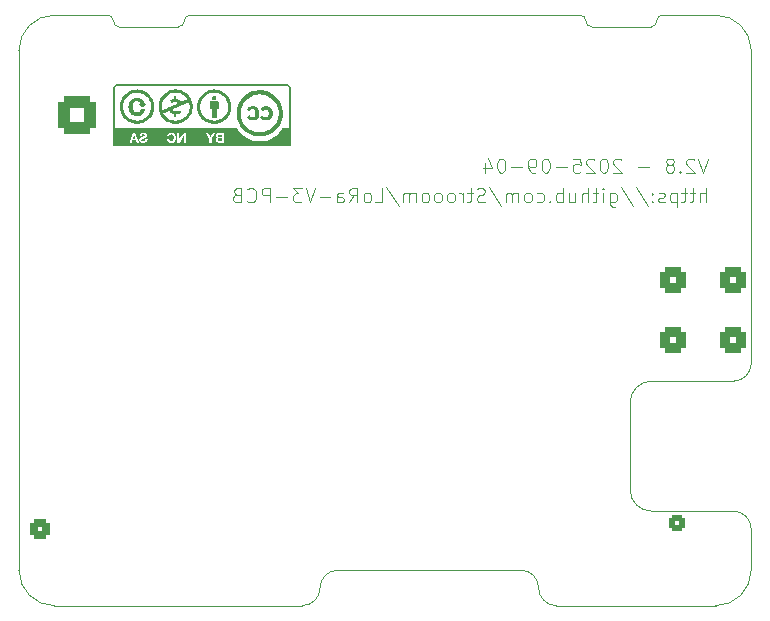
<source format=gbr>
%TF.GenerationSoftware,KiCad,Pcbnew,8.0.8+1*%
%TF.CreationDate,Date%
%TF.ProjectId,LoRa-V3-PCB,4c6f5261-2d56-4332-9d50-43422e6b6963,rev?*%
%TF.SameCoordinates,Original*%
%TF.FileFunction,Legend,Bot*%
%TF.FilePolarity,Positive*%
%FSLAX46Y46*%
G04 Gerber Fmt 4.6, Leading zero omitted, Abs format (unit mm)*
G04 Created by KiCad*
%MOMM*%
%LPD*%
G01*
G04 APERTURE LIST*
G04 Aperture macros list*
%AMRoundRect*
0 Rectangle with rounded corners*
0 $1 Rounding radius*
0 $2 $3 $4 $5 $6 $7 $8 $9 X,Y pos of 4 corners*
0 Add a 4 corners polygon primitive as box body*
4,1,4,$2,$3,$4,$5,$6,$7,$8,$9,$2,$3,0*
0 Add four circle primitives for the rounded corners*
1,1,$1+$1,$2,$3*
1,1,$1+$1,$4,$5*
1,1,$1+$1,$6,$7*
1,1,$1+$1,$8,$9*
0 Add four rect primitives between the rounded corners*
20,1,$1+$1,$2,$3,$4,$5,0*
20,1,$1+$1,$4,$5,$6,$7,0*
20,1,$1+$1,$6,$7,$8,$9,0*
20,1,$1+$1,$8,$9,$2,$3,0*%
G04 Aperture macros list end*
%TA.AperFunction,Profile*%
%ADD10C,0.050000*%
%TD*%
%TA.AperFunction,Profile*%
%ADD11C,0.100000*%
%TD*%
%ADD12C,0.100000*%
%ADD13C,0.000000*%
%ADD14C,2.000000*%
%ADD15RoundRect,0.523529X-1.078471X-1.078471X1.078471X-1.078471X1.078471X1.078471X-1.078471X1.078471X0*%
%ADD16C,3.204000*%
%ADD17RoundRect,0.250000X-0.425000X0.425000X-0.425000X-0.425000X0.425000X-0.425000X0.425000X0.425000X0*%
%ADD18O,1.350000X1.350000*%
%ADD19C,1.000000*%
%ADD20C,2.500000*%
%ADD21RoundRect,0.440000X0.660000X0.660000X-0.660000X0.660000X-0.660000X-0.660000X0.660000X-0.660000X0*%
%ADD22RoundRect,0.340000X0.510000X0.510000X-0.510000X0.510000X-0.510000X-0.510000X0.510000X-0.510000X0*%
%ADD23O,1.700000X1.700000*%
%ADD24O,1.800000X1.000000*%
%ADD25O,2.200000X1.000000*%
G04 APERTURE END LIST*
D10*
X162500000Y-73000000D02*
G75*
G02*
X162000000Y-72500000I0J500000D01*
G01*
D11*
X114000000Y-75000000D02*
X114000000Y-119000000D01*
X167550000Y-114000000D02*
X174500000Y-114000000D01*
D10*
X128500000Y-72000000D02*
X161500000Y-72000000D01*
D11*
X176000000Y-119000000D02*
G75*
G02*
X173000000Y-122000000I-3000000J0D01*
G01*
D10*
X161500000Y-72000000D02*
G75*
G02*
X162000000Y-72500000I0J-500000D01*
G01*
X122500000Y-73000000D02*
G75*
G02*
X122000000Y-72500000I0J500000D01*
G01*
X128000000Y-72500000D02*
G75*
G02*
X128500000Y-72000000I500000J0D01*
G01*
D11*
X176000000Y-115500000D02*
X176000000Y-119000000D01*
D10*
X167500000Y-73000000D02*
X162500000Y-73000000D01*
D11*
X165750000Y-104800000D02*
G75*
G02*
X167550000Y-103000000I1800000J0D01*
G01*
X139500000Y-120500000D02*
G75*
G02*
X138000000Y-122000000I-1500000J0D01*
G01*
X139500000Y-120500000D02*
G75*
G02*
X141000000Y-119000000I1500000J0D01*
G01*
D10*
X122500000Y-73000000D02*
X127500000Y-73000000D01*
X121500000Y-72000000D02*
G75*
G02*
X122000000Y-72500000I0J-500000D01*
G01*
D11*
X176000000Y-101500000D02*
G75*
G02*
X174500000Y-103000000I-1500000J0D01*
G01*
X117000000Y-122000000D02*
G75*
G02*
X114000000Y-119000000I0J3000000D01*
G01*
D10*
X128000000Y-72500000D02*
G75*
G02*
X127500000Y-73000000I-500000J0D01*
G01*
D11*
X156500000Y-119000000D02*
G75*
G02*
X158000000Y-120500000I0J-1500000D01*
G01*
X174500000Y-103000000D02*
X167550000Y-103000000D01*
X159500000Y-122000000D02*
X173000000Y-122000000D01*
X167550000Y-114000000D02*
G75*
G02*
X165750000Y-112200000I0J1800000D01*
G01*
X165750000Y-104800000D02*
X165750000Y-112200000D01*
X173000000Y-72000000D02*
G75*
G02*
X176000000Y-75000000I0J-3000000D01*
G01*
X156500000Y-119000000D02*
X141000000Y-119000000D01*
D10*
X117000000Y-72000000D02*
X121500000Y-72000000D01*
D11*
X176000000Y-75000000D02*
X176000000Y-101500000D01*
D10*
X168000000Y-72500000D02*
G75*
G02*
X167500000Y-73000000I-500000J0D01*
G01*
D11*
X114000000Y-75000000D02*
G75*
G02*
X117000000Y-72000000I3000000J0D01*
G01*
X174500000Y-114000000D02*
G75*
G02*
X176000000Y-115500000I0J-1500000D01*
G01*
X159500000Y-122000000D02*
G75*
G02*
X158000000Y-120500000I0J1500000D01*
G01*
D10*
X168500000Y-72000000D02*
X173000000Y-72000000D01*
X168000000Y-72500000D02*
G75*
G02*
X168500000Y-72000000I500000J0D01*
G01*
D11*
X117000000Y-122000000D02*
X138000000Y-122000000D01*
D12*
X172319925Y-84147942D02*
X171919925Y-85347942D01*
X171919925Y-85347942D02*
X171519925Y-84147942D01*
X171177068Y-84262228D02*
X171119925Y-84205085D01*
X171119925Y-84205085D02*
X171005640Y-84147942D01*
X171005640Y-84147942D02*
X170719925Y-84147942D01*
X170719925Y-84147942D02*
X170605640Y-84205085D01*
X170605640Y-84205085D02*
X170548497Y-84262228D01*
X170548497Y-84262228D02*
X170491354Y-84376514D01*
X170491354Y-84376514D02*
X170491354Y-84490800D01*
X170491354Y-84490800D02*
X170548497Y-84662228D01*
X170548497Y-84662228D02*
X171234211Y-85347942D01*
X171234211Y-85347942D02*
X170491354Y-85347942D01*
X169977068Y-85233657D02*
X169919925Y-85290800D01*
X169919925Y-85290800D02*
X169977068Y-85347942D01*
X169977068Y-85347942D02*
X170034211Y-85290800D01*
X170034211Y-85290800D02*
X169977068Y-85233657D01*
X169977068Y-85233657D02*
X169977068Y-85347942D01*
X169234211Y-84662228D02*
X169348496Y-84605085D01*
X169348496Y-84605085D02*
X169405639Y-84547942D01*
X169405639Y-84547942D02*
X169462782Y-84433657D01*
X169462782Y-84433657D02*
X169462782Y-84376514D01*
X169462782Y-84376514D02*
X169405639Y-84262228D01*
X169405639Y-84262228D02*
X169348496Y-84205085D01*
X169348496Y-84205085D02*
X169234211Y-84147942D01*
X169234211Y-84147942D02*
X169005639Y-84147942D01*
X169005639Y-84147942D02*
X168891354Y-84205085D01*
X168891354Y-84205085D02*
X168834211Y-84262228D01*
X168834211Y-84262228D02*
X168777068Y-84376514D01*
X168777068Y-84376514D02*
X168777068Y-84433657D01*
X168777068Y-84433657D02*
X168834211Y-84547942D01*
X168834211Y-84547942D02*
X168891354Y-84605085D01*
X168891354Y-84605085D02*
X169005639Y-84662228D01*
X169005639Y-84662228D02*
X169234211Y-84662228D01*
X169234211Y-84662228D02*
X169348496Y-84719371D01*
X169348496Y-84719371D02*
X169405639Y-84776514D01*
X169405639Y-84776514D02*
X169462782Y-84890800D01*
X169462782Y-84890800D02*
X169462782Y-85119371D01*
X169462782Y-85119371D02*
X169405639Y-85233657D01*
X169405639Y-85233657D02*
X169348496Y-85290800D01*
X169348496Y-85290800D02*
X169234211Y-85347942D01*
X169234211Y-85347942D02*
X169005639Y-85347942D01*
X169005639Y-85347942D02*
X168891354Y-85290800D01*
X168891354Y-85290800D02*
X168834211Y-85233657D01*
X168834211Y-85233657D02*
X168777068Y-85119371D01*
X168777068Y-85119371D02*
X168777068Y-84890800D01*
X168777068Y-84890800D02*
X168834211Y-84776514D01*
X168834211Y-84776514D02*
X168891354Y-84719371D01*
X168891354Y-84719371D02*
X169005639Y-84662228D01*
X167348496Y-84890800D02*
X166434211Y-84890800D01*
X165005639Y-84262228D02*
X164948496Y-84205085D01*
X164948496Y-84205085D02*
X164834211Y-84147942D01*
X164834211Y-84147942D02*
X164548496Y-84147942D01*
X164548496Y-84147942D02*
X164434211Y-84205085D01*
X164434211Y-84205085D02*
X164377068Y-84262228D01*
X164377068Y-84262228D02*
X164319925Y-84376514D01*
X164319925Y-84376514D02*
X164319925Y-84490800D01*
X164319925Y-84490800D02*
X164377068Y-84662228D01*
X164377068Y-84662228D02*
X165062782Y-85347942D01*
X165062782Y-85347942D02*
X164319925Y-85347942D01*
X163577068Y-84147942D02*
X163462782Y-84147942D01*
X163462782Y-84147942D02*
X163348496Y-84205085D01*
X163348496Y-84205085D02*
X163291354Y-84262228D01*
X163291354Y-84262228D02*
X163234211Y-84376514D01*
X163234211Y-84376514D02*
X163177068Y-84605085D01*
X163177068Y-84605085D02*
X163177068Y-84890800D01*
X163177068Y-84890800D02*
X163234211Y-85119371D01*
X163234211Y-85119371D02*
X163291354Y-85233657D01*
X163291354Y-85233657D02*
X163348496Y-85290800D01*
X163348496Y-85290800D02*
X163462782Y-85347942D01*
X163462782Y-85347942D02*
X163577068Y-85347942D01*
X163577068Y-85347942D02*
X163691354Y-85290800D01*
X163691354Y-85290800D02*
X163748496Y-85233657D01*
X163748496Y-85233657D02*
X163805639Y-85119371D01*
X163805639Y-85119371D02*
X163862782Y-84890800D01*
X163862782Y-84890800D02*
X163862782Y-84605085D01*
X163862782Y-84605085D02*
X163805639Y-84376514D01*
X163805639Y-84376514D02*
X163748496Y-84262228D01*
X163748496Y-84262228D02*
X163691354Y-84205085D01*
X163691354Y-84205085D02*
X163577068Y-84147942D01*
X162719925Y-84262228D02*
X162662782Y-84205085D01*
X162662782Y-84205085D02*
X162548497Y-84147942D01*
X162548497Y-84147942D02*
X162262782Y-84147942D01*
X162262782Y-84147942D02*
X162148497Y-84205085D01*
X162148497Y-84205085D02*
X162091354Y-84262228D01*
X162091354Y-84262228D02*
X162034211Y-84376514D01*
X162034211Y-84376514D02*
X162034211Y-84490800D01*
X162034211Y-84490800D02*
X162091354Y-84662228D01*
X162091354Y-84662228D02*
X162777068Y-85347942D01*
X162777068Y-85347942D02*
X162034211Y-85347942D01*
X160948497Y-84147942D02*
X161519925Y-84147942D01*
X161519925Y-84147942D02*
X161577068Y-84719371D01*
X161577068Y-84719371D02*
X161519925Y-84662228D01*
X161519925Y-84662228D02*
X161405640Y-84605085D01*
X161405640Y-84605085D02*
X161119925Y-84605085D01*
X161119925Y-84605085D02*
X161005640Y-84662228D01*
X161005640Y-84662228D02*
X160948497Y-84719371D01*
X160948497Y-84719371D02*
X160891354Y-84833657D01*
X160891354Y-84833657D02*
X160891354Y-85119371D01*
X160891354Y-85119371D02*
X160948497Y-85233657D01*
X160948497Y-85233657D02*
X161005640Y-85290800D01*
X161005640Y-85290800D02*
X161119925Y-85347942D01*
X161119925Y-85347942D02*
X161405640Y-85347942D01*
X161405640Y-85347942D02*
X161519925Y-85290800D01*
X161519925Y-85290800D02*
X161577068Y-85233657D01*
X160377068Y-84890800D02*
X159462783Y-84890800D01*
X158662783Y-84147942D02*
X158548497Y-84147942D01*
X158548497Y-84147942D02*
X158434211Y-84205085D01*
X158434211Y-84205085D02*
X158377069Y-84262228D01*
X158377069Y-84262228D02*
X158319926Y-84376514D01*
X158319926Y-84376514D02*
X158262783Y-84605085D01*
X158262783Y-84605085D02*
X158262783Y-84890800D01*
X158262783Y-84890800D02*
X158319926Y-85119371D01*
X158319926Y-85119371D02*
X158377069Y-85233657D01*
X158377069Y-85233657D02*
X158434211Y-85290800D01*
X158434211Y-85290800D02*
X158548497Y-85347942D01*
X158548497Y-85347942D02*
X158662783Y-85347942D01*
X158662783Y-85347942D02*
X158777069Y-85290800D01*
X158777069Y-85290800D02*
X158834211Y-85233657D01*
X158834211Y-85233657D02*
X158891354Y-85119371D01*
X158891354Y-85119371D02*
X158948497Y-84890800D01*
X158948497Y-84890800D02*
X158948497Y-84605085D01*
X158948497Y-84605085D02*
X158891354Y-84376514D01*
X158891354Y-84376514D02*
X158834211Y-84262228D01*
X158834211Y-84262228D02*
X158777069Y-84205085D01*
X158777069Y-84205085D02*
X158662783Y-84147942D01*
X157691354Y-85347942D02*
X157462783Y-85347942D01*
X157462783Y-85347942D02*
X157348497Y-85290800D01*
X157348497Y-85290800D02*
X157291354Y-85233657D01*
X157291354Y-85233657D02*
X157177069Y-85062228D01*
X157177069Y-85062228D02*
X157119926Y-84833657D01*
X157119926Y-84833657D02*
X157119926Y-84376514D01*
X157119926Y-84376514D02*
X157177069Y-84262228D01*
X157177069Y-84262228D02*
X157234212Y-84205085D01*
X157234212Y-84205085D02*
X157348497Y-84147942D01*
X157348497Y-84147942D02*
X157577069Y-84147942D01*
X157577069Y-84147942D02*
X157691354Y-84205085D01*
X157691354Y-84205085D02*
X157748497Y-84262228D01*
X157748497Y-84262228D02*
X157805640Y-84376514D01*
X157805640Y-84376514D02*
X157805640Y-84662228D01*
X157805640Y-84662228D02*
X157748497Y-84776514D01*
X157748497Y-84776514D02*
X157691354Y-84833657D01*
X157691354Y-84833657D02*
X157577069Y-84890800D01*
X157577069Y-84890800D02*
X157348497Y-84890800D01*
X157348497Y-84890800D02*
X157234212Y-84833657D01*
X157234212Y-84833657D02*
X157177069Y-84776514D01*
X157177069Y-84776514D02*
X157119926Y-84662228D01*
X156605640Y-84890800D02*
X155691355Y-84890800D01*
X154891355Y-84147942D02*
X154777069Y-84147942D01*
X154777069Y-84147942D02*
X154662783Y-84205085D01*
X154662783Y-84205085D02*
X154605641Y-84262228D01*
X154605641Y-84262228D02*
X154548498Y-84376514D01*
X154548498Y-84376514D02*
X154491355Y-84605085D01*
X154491355Y-84605085D02*
X154491355Y-84890800D01*
X154491355Y-84890800D02*
X154548498Y-85119371D01*
X154548498Y-85119371D02*
X154605641Y-85233657D01*
X154605641Y-85233657D02*
X154662783Y-85290800D01*
X154662783Y-85290800D02*
X154777069Y-85347942D01*
X154777069Y-85347942D02*
X154891355Y-85347942D01*
X154891355Y-85347942D02*
X155005641Y-85290800D01*
X155005641Y-85290800D02*
X155062783Y-85233657D01*
X155062783Y-85233657D02*
X155119926Y-85119371D01*
X155119926Y-85119371D02*
X155177069Y-84890800D01*
X155177069Y-84890800D02*
X155177069Y-84605085D01*
X155177069Y-84605085D02*
X155119926Y-84376514D01*
X155119926Y-84376514D02*
X155062783Y-84262228D01*
X155062783Y-84262228D02*
X155005641Y-84205085D01*
X155005641Y-84205085D02*
X154891355Y-84147942D01*
X153462784Y-84547942D02*
X153462784Y-85347942D01*
X153748498Y-84090800D02*
X154034212Y-84947942D01*
X154034212Y-84947942D02*
X153291355Y-84947942D01*
X172148496Y-87847942D02*
X172148496Y-86647942D01*
X171634211Y-87847942D02*
X171634211Y-87219371D01*
X171634211Y-87219371D02*
X171691353Y-87105085D01*
X171691353Y-87105085D02*
X171805639Y-87047942D01*
X171805639Y-87047942D02*
X171977068Y-87047942D01*
X171977068Y-87047942D02*
X172091353Y-87105085D01*
X172091353Y-87105085D02*
X172148496Y-87162228D01*
X171234211Y-87047942D02*
X170777068Y-87047942D01*
X171062782Y-86647942D02*
X171062782Y-87676514D01*
X171062782Y-87676514D02*
X171005639Y-87790800D01*
X171005639Y-87790800D02*
X170891354Y-87847942D01*
X170891354Y-87847942D02*
X170777068Y-87847942D01*
X170548497Y-87047942D02*
X170091354Y-87047942D01*
X170377068Y-86647942D02*
X170377068Y-87676514D01*
X170377068Y-87676514D02*
X170319925Y-87790800D01*
X170319925Y-87790800D02*
X170205640Y-87847942D01*
X170205640Y-87847942D02*
X170091354Y-87847942D01*
X169691354Y-87047942D02*
X169691354Y-88247942D01*
X169691354Y-87105085D02*
X169577069Y-87047942D01*
X169577069Y-87047942D02*
X169348497Y-87047942D01*
X169348497Y-87047942D02*
X169234211Y-87105085D01*
X169234211Y-87105085D02*
X169177069Y-87162228D01*
X169177069Y-87162228D02*
X169119926Y-87276514D01*
X169119926Y-87276514D02*
X169119926Y-87619371D01*
X169119926Y-87619371D02*
X169177069Y-87733657D01*
X169177069Y-87733657D02*
X169234211Y-87790800D01*
X169234211Y-87790800D02*
X169348497Y-87847942D01*
X169348497Y-87847942D02*
X169577069Y-87847942D01*
X169577069Y-87847942D02*
X169691354Y-87790800D01*
X168662783Y-87790800D02*
X168548497Y-87847942D01*
X168548497Y-87847942D02*
X168319926Y-87847942D01*
X168319926Y-87847942D02*
X168205640Y-87790800D01*
X168205640Y-87790800D02*
X168148497Y-87676514D01*
X168148497Y-87676514D02*
X168148497Y-87619371D01*
X168148497Y-87619371D02*
X168205640Y-87505085D01*
X168205640Y-87505085D02*
X168319926Y-87447942D01*
X168319926Y-87447942D02*
X168491355Y-87447942D01*
X168491355Y-87447942D02*
X168605640Y-87390800D01*
X168605640Y-87390800D02*
X168662783Y-87276514D01*
X168662783Y-87276514D02*
X168662783Y-87219371D01*
X168662783Y-87219371D02*
X168605640Y-87105085D01*
X168605640Y-87105085D02*
X168491355Y-87047942D01*
X168491355Y-87047942D02*
X168319926Y-87047942D01*
X168319926Y-87047942D02*
X168205640Y-87105085D01*
X167634211Y-87733657D02*
X167577068Y-87790800D01*
X167577068Y-87790800D02*
X167634211Y-87847942D01*
X167634211Y-87847942D02*
X167691354Y-87790800D01*
X167691354Y-87790800D02*
X167634211Y-87733657D01*
X167634211Y-87733657D02*
X167634211Y-87847942D01*
X167634211Y-87105085D02*
X167577068Y-87162228D01*
X167577068Y-87162228D02*
X167634211Y-87219371D01*
X167634211Y-87219371D02*
X167691354Y-87162228D01*
X167691354Y-87162228D02*
X167634211Y-87105085D01*
X167634211Y-87105085D02*
X167634211Y-87219371D01*
X166205639Y-86590800D02*
X167234211Y-88133657D01*
X164948496Y-86590800D02*
X165977068Y-88133657D01*
X164034211Y-87047942D02*
X164034211Y-88019371D01*
X164034211Y-88019371D02*
X164091353Y-88133657D01*
X164091353Y-88133657D02*
X164148496Y-88190800D01*
X164148496Y-88190800D02*
X164262782Y-88247942D01*
X164262782Y-88247942D02*
X164434211Y-88247942D01*
X164434211Y-88247942D02*
X164548496Y-88190800D01*
X164034211Y-87790800D02*
X164148496Y-87847942D01*
X164148496Y-87847942D02*
X164377068Y-87847942D01*
X164377068Y-87847942D02*
X164491353Y-87790800D01*
X164491353Y-87790800D02*
X164548496Y-87733657D01*
X164548496Y-87733657D02*
X164605639Y-87619371D01*
X164605639Y-87619371D02*
X164605639Y-87276514D01*
X164605639Y-87276514D02*
X164548496Y-87162228D01*
X164548496Y-87162228D02*
X164491353Y-87105085D01*
X164491353Y-87105085D02*
X164377068Y-87047942D01*
X164377068Y-87047942D02*
X164148496Y-87047942D01*
X164148496Y-87047942D02*
X164034211Y-87105085D01*
X163462782Y-87847942D02*
X163462782Y-87047942D01*
X163462782Y-86647942D02*
X163519925Y-86705085D01*
X163519925Y-86705085D02*
X163462782Y-86762228D01*
X163462782Y-86762228D02*
X163405639Y-86705085D01*
X163405639Y-86705085D02*
X163462782Y-86647942D01*
X163462782Y-86647942D02*
X163462782Y-86762228D01*
X163062782Y-87047942D02*
X162605639Y-87047942D01*
X162891353Y-86647942D02*
X162891353Y-87676514D01*
X162891353Y-87676514D02*
X162834210Y-87790800D01*
X162834210Y-87790800D02*
X162719925Y-87847942D01*
X162719925Y-87847942D02*
X162605639Y-87847942D01*
X162205639Y-87847942D02*
X162205639Y-86647942D01*
X161691354Y-87847942D02*
X161691354Y-87219371D01*
X161691354Y-87219371D02*
X161748496Y-87105085D01*
X161748496Y-87105085D02*
X161862782Y-87047942D01*
X161862782Y-87047942D02*
X162034211Y-87047942D01*
X162034211Y-87047942D02*
X162148496Y-87105085D01*
X162148496Y-87105085D02*
X162205639Y-87162228D01*
X160605640Y-87047942D02*
X160605640Y-87847942D01*
X161119925Y-87047942D02*
X161119925Y-87676514D01*
X161119925Y-87676514D02*
X161062782Y-87790800D01*
X161062782Y-87790800D02*
X160948497Y-87847942D01*
X160948497Y-87847942D02*
X160777068Y-87847942D01*
X160777068Y-87847942D02*
X160662782Y-87790800D01*
X160662782Y-87790800D02*
X160605640Y-87733657D01*
X160034211Y-87847942D02*
X160034211Y-86647942D01*
X160034211Y-87105085D02*
X159919926Y-87047942D01*
X159919926Y-87047942D02*
X159691354Y-87047942D01*
X159691354Y-87047942D02*
X159577068Y-87105085D01*
X159577068Y-87105085D02*
X159519926Y-87162228D01*
X159519926Y-87162228D02*
X159462783Y-87276514D01*
X159462783Y-87276514D02*
X159462783Y-87619371D01*
X159462783Y-87619371D02*
X159519926Y-87733657D01*
X159519926Y-87733657D02*
X159577068Y-87790800D01*
X159577068Y-87790800D02*
X159691354Y-87847942D01*
X159691354Y-87847942D02*
X159919926Y-87847942D01*
X159919926Y-87847942D02*
X160034211Y-87790800D01*
X158948497Y-87733657D02*
X158891354Y-87790800D01*
X158891354Y-87790800D02*
X158948497Y-87847942D01*
X158948497Y-87847942D02*
X159005640Y-87790800D01*
X159005640Y-87790800D02*
X158948497Y-87733657D01*
X158948497Y-87733657D02*
X158948497Y-87847942D01*
X157862783Y-87790800D02*
X157977068Y-87847942D01*
X157977068Y-87847942D02*
X158205640Y-87847942D01*
X158205640Y-87847942D02*
X158319925Y-87790800D01*
X158319925Y-87790800D02*
X158377068Y-87733657D01*
X158377068Y-87733657D02*
X158434211Y-87619371D01*
X158434211Y-87619371D02*
X158434211Y-87276514D01*
X158434211Y-87276514D02*
X158377068Y-87162228D01*
X158377068Y-87162228D02*
X158319925Y-87105085D01*
X158319925Y-87105085D02*
X158205640Y-87047942D01*
X158205640Y-87047942D02*
X157977068Y-87047942D01*
X157977068Y-87047942D02*
X157862783Y-87105085D01*
X157177069Y-87847942D02*
X157291354Y-87790800D01*
X157291354Y-87790800D02*
X157348497Y-87733657D01*
X157348497Y-87733657D02*
X157405640Y-87619371D01*
X157405640Y-87619371D02*
X157405640Y-87276514D01*
X157405640Y-87276514D02*
X157348497Y-87162228D01*
X157348497Y-87162228D02*
X157291354Y-87105085D01*
X157291354Y-87105085D02*
X157177069Y-87047942D01*
X157177069Y-87047942D02*
X157005640Y-87047942D01*
X157005640Y-87047942D02*
X156891354Y-87105085D01*
X156891354Y-87105085D02*
X156834212Y-87162228D01*
X156834212Y-87162228D02*
X156777069Y-87276514D01*
X156777069Y-87276514D02*
X156777069Y-87619371D01*
X156777069Y-87619371D02*
X156834212Y-87733657D01*
X156834212Y-87733657D02*
X156891354Y-87790800D01*
X156891354Y-87790800D02*
X157005640Y-87847942D01*
X157005640Y-87847942D02*
X157177069Y-87847942D01*
X156262783Y-87847942D02*
X156262783Y-87047942D01*
X156262783Y-87162228D02*
X156205640Y-87105085D01*
X156205640Y-87105085D02*
X156091355Y-87047942D01*
X156091355Y-87047942D02*
X155919926Y-87047942D01*
X155919926Y-87047942D02*
X155805640Y-87105085D01*
X155805640Y-87105085D02*
X155748498Y-87219371D01*
X155748498Y-87219371D02*
X155748498Y-87847942D01*
X155748498Y-87219371D02*
X155691355Y-87105085D01*
X155691355Y-87105085D02*
X155577069Y-87047942D01*
X155577069Y-87047942D02*
X155405640Y-87047942D01*
X155405640Y-87047942D02*
X155291355Y-87105085D01*
X155291355Y-87105085D02*
X155234212Y-87219371D01*
X155234212Y-87219371D02*
X155234212Y-87847942D01*
X153805640Y-86590800D02*
X154834212Y-88133657D01*
X153462783Y-87790800D02*
X153291355Y-87847942D01*
X153291355Y-87847942D02*
X153005640Y-87847942D01*
X153005640Y-87847942D02*
X152891355Y-87790800D01*
X152891355Y-87790800D02*
X152834212Y-87733657D01*
X152834212Y-87733657D02*
X152777069Y-87619371D01*
X152777069Y-87619371D02*
X152777069Y-87505085D01*
X152777069Y-87505085D02*
X152834212Y-87390800D01*
X152834212Y-87390800D02*
X152891355Y-87333657D01*
X152891355Y-87333657D02*
X153005640Y-87276514D01*
X153005640Y-87276514D02*
X153234212Y-87219371D01*
X153234212Y-87219371D02*
X153348497Y-87162228D01*
X153348497Y-87162228D02*
X153405640Y-87105085D01*
X153405640Y-87105085D02*
X153462783Y-86990800D01*
X153462783Y-86990800D02*
X153462783Y-86876514D01*
X153462783Y-86876514D02*
X153405640Y-86762228D01*
X153405640Y-86762228D02*
X153348497Y-86705085D01*
X153348497Y-86705085D02*
X153234212Y-86647942D01*
X153234212Y-86647942D02*
X152948497Y-86647942D01*
X152948497Y-86647942D02*
X152777069Y-86705085D01*
X152434212Y-87047942D02*
X151977069Y-87047942D01*
X152262783Y-86647942D02*
X152262783Y-87676514D01*
X152262783Y-87676514D02*
X152205640Y-87790800D01*
X152205640Y-87790800D02*
X152091355Y-87847942D01*
X152091355Y-87847942D02*
X151977069Y-87847942D01*
X151577069Y-87847942D02*
X151577069Y-87047942D01*
X151577069Y-87276514D02*
X151519926Y-87162228D01*
X151519926Y-87162228D02*
X151462784Y-87105085D01*
X151462784Y-87105085D02*
X151348498Y-87047942D01*
X151348498Y-87047942D02*
X151234212Y-87047942D01*
X150662784Y-87847942D02*
X150777069Y-87790800D01*
X150777069Y-87790800D02*
X150834212Y-87733657D01*
X150834212Y-87733657D02*
X150891355Y-87619371D01*
X150891355Y-87619371D02*
X150891355Y-87276514D01*
X150891355Y-87276514D02*
X150834212Y-87162228D01*
X150834212Y-87162228D02*
X150777069Y-87105085D01*
X150777069Y-87105085D02*
X150662784Y-87047942D01*
X150662784Y-87047942D02*
X150491355Y-87047942D01*
X150491355Y-87047942D02*
X150377069Y-87105085D01*
X150377069Y-87105085D02*
X150319927Y-87162228D01*
X150319927Y-87162228D02*
X150262784Y-87276514D01*
X150262784Y-87276514D02*
X150262784Y-87619371D01*
X150262784Y-87619371D02*
X150319927Y-87733657D01*
X150319927Y-87733657D02*
X150377069Y-87790800D01*
X150377069Y-87790800D02*
X150491355Y-87847942D01*
X150491355Y-87847942D02*
X150662784Y-87847942D01*
X149577070Y-87847942D02*
X149691355Y-87790800D01*
X149691355Y-87790800D02*
X149748498Y-87733657D01*
X149748498Y-87733657D02*
X149805641Y-87619371D01*
X149805641Y-87619371D02*
X149805641Y-87276514D01*
X149805641Y-87276514D02*
X149748498Y-87162228D01*
X149748498Y-87162228D02*
X149691355Y-87105085D01*
X149691355Y-87105085D02*
X149577070Y-87047942D01*
X149577070Y-87047942D02*
X149405641Y-87047942D01*
X149405641Y-87047942D02*
X149291355Y-87105085D01*
X149291355Y-87105085D02*
X149234213Y-87162228D01*
X149234213Y-87162228D02*
X149177070Y-87276514D01*
X149177070Y-87276514D02*
X149177070Y-87619371D01*
X149177070Y-87619371D02*
X149234213Y-87733657D01*
X149234213Y-87733657D02*
X149291355Y-87790800D01*
X149291355Y-87790800D02*
X149405641Y-87847942D01*
X149405641Y-87847942D02*
X149577070Y-87847942D01*
X148491356Y-87847942D02*
X148605641Y-87790800D01*
X148605641Y-87790800D02*
X148662784Y-87733657D01*
X148662784Y-87733657D02*
X148719927Y-87619371D01*
X148719927Y-87619371D02*
X148719927Y-87276514D01*
X148719927Y-87276514D02*
X148662784Y-87162228D01*
X148662784Y-87162228D02*
X148605641Y-87105085D01*
X148605641Y-87105085D02*
X148491356Y-87047942D01*
X148491356Y-87047942D02*
X148319927Y-87047942D01*
X148319927Y-87047942D02*
X148205641Y-87105085D01*
X148205641Y-87105085D02*
X148148499Y-87162228D01*
X148148499Y-87162228D02*
X148091356Y-87276514D01*
X148091356Y-87276514D02*
X148091356Y-87619371D01*
X148091356Y-87619371D02*
X148148499Y-87733657D01*
X148148499Y-87733657D02*
X148205641Y-87790800D01*
X148205641Y-87790800D02*
X148319927Y-87847942D01*
X148319927Y-87847942D02*
X148491356Y-87847942D01*
X147577070Y-87847942D02*
X147577070Y-87047942D01*
X147577070Y-87162228D02*
X147519927Y-87105085D01*
X147519927Y-87105085D02*
X147405642Y-87047942D01*
X147405642Y-87047942D02*
X147234213Y-87047942D01*
X147234213Y-87047942D02*
X147119927Y-87105085D01*
X147119927Y-87105085D02*
X147062785Y-87219371D01*
X147062785Y-87219371D02*
X147062785Y-87847942D01*
X147062785Y-87219371D02*
X147005642Y-87105085D01*
X147005642Y-87105085D02*
X146891356Y-87047942D01*
X146891356Y-87047942D02*
X146719927Y-87047942D01*
X146719927Y-87047942D02*
X146605642Y-87105085D01*
X146605642Y-87105085D02*
X146548499Y-87219371D01*
X146548499Y-87219371D02*
X146548499Y-87847942D01*
X145119927Y-86590800D02*
X146148499Y-88133657D01*
X144148499Y-87847942D02*
X144719927Y-87847942D01*
X144719927Y-87847942D02*
X144719927Y-86647942D01*
X143577070Y-87847942D02*
X143691355Y-87790800D01*
X143691355Y-87790800D02*
X143748498Y-87733657D01*
X143748498Y-87733657D02*
X143805641Y-87619371D01*
X143805641Y-87619371D02*
X143805641Y-87276514D01*
X143805641Y-87276514D02*
X143748498Y-87162228D01*
X143748498Y-87162228D02*
X143691355Y-87105085D01*
X143691355Y-87105085D02*
X143577070Y-87047942D01*
X143577070Y-87047942D02*
X143405641Y-87047942D01*
X143405641Y-87047942D02*
X143291355Y-87105085D01*
X143291355Y-87105085D02*
X143234213Y-87162228D01*
X143234213Y-87162228D02*
X143177070Y-87276514D01*
X143177070Y-87276514D02*
X143177070Y-87619371D01*
X143177070Y-87619371D02*
X143234213Y-87733657D01*
X143234213Y-87733657D02*
X143291355Y-87790800D01*
X143291355Y-87790800D02*
X143405641Y-87847942D01*
X143405641Y-87847942D02*
X143577070Y-87847942D01*
X141977070Y-87847942D02*
X142377070Y-87276514D01*
X142662784Y-87847942D02*
X142662784Y-86647942D01*
X142662784Y-86647942D02*
X142205641Y-86647942D01*
X142205641Y-86647942D02*
X142091356Y-86705085D01*
X142091356Y-86705085D02*
X142034213Y-86762228D01*
X142034213Y-86762228D02*
X141977070Y-86876514D01*
X141977070Y-86876514D02*
X141977070Y-87047942D01*
X141977070Y-87047942D02*
X142034213Y-87162228D01*
X142034213Y-87162228D02*
X142091356Y-87219371D01*
X142091356Y-87219371D02*
X142205641Y-87276514D01*
X142205641Y-87276514D02*
X142662784Y-87276514D01*
X140948499Y-87847942D02*
X140948499Y-87219371D01*
X140948499Y-87219371D02*
X141005641Y-87105085D01*
X141005641Y-87105085D02*
X141119927Y-87047942D01*
X141119927Y-87047942D02*
X141348499Y-87047942D01*
X141348499Y-87047942D02*
X141462784Y-87105085D01*
X140948499Y-87790800D02*
X141062784Y-87847942D01*
X141062784Y-87847942D02*
X141348499Y-87847942D01*
X141348499Y-87847942D02*
X141462784Y-87790800D01*
X141462784Y-87790800D02*
X141519927Y-87676514D01*
X141519927Y-87676514D02*
X141519927Y-87562228D01*
X141519927Y-87562228D02*
X141462784Y-87447942D01*
X141462784Y-87447942D02*
X141348499Y-87390800D01*
X141348499Y-87390800D02*
X141062784Y-87390800D01*
X141062784Y-87390800D02*
X140948499Y-87333657D01*
X140377070Y-87390800D02*
X139462785Y-87390800D01*
X139062785Y-86647942D02*
X138662785Y-87847942D01*
X138662785Y-87847942D02*
X138262785Y-86647942D01*
X137977071Y-86647942D02*
X137234214Y-86647942D01*
X137234214Y-86647942D02*
X137634214Y-87105085D01*
X137634214Y-87105085D02*
X137462785Y-87105085D01*
X137462785Y-87105085D02*
X137348500Y-87162228D01*
X137348500Y-87162228D02*
X137291357Y-87219371D01*
X137291357Y-87219371D02*
X137234214Y-87333657D01*
X137234214Y-87333657D02*
X137234214Y-87619371D01*
X137234214Y-87619371D02*
X137291357Y-87733657D01*
X137291357Y-87733657D02*
X137348500Y-87790800D01*
X137348500Y-87790800D02*
X137462785Y-87847942D01*
X137462785Y-87847942D02*
X137805642Y-87847942D01*
X137805642Y-87847942D02*
X137919928Y-87790800D01*
X137919928Y-87790800D02*
X137977071Y-87733657D01*
X136719928Y-87390800D02*
X135805643Y-87390800D01*
X135234214Y-87847942D02*
X135234214Y-86647942D01*
X135234214Y-86647942D02*
X134777071Y-86647942D01*
X134777071Y-86647942D02*
X134662786Y-86705085D01*
X134662786Y-86705085D02*
X134605643Y-86762228D01*
X134605643Y-86762228D02*
X134548500Y-86876514D01*
X134548500Y-86876514D02*
X134548500Y-87047942D01*
X134548500Y-87047942D02*
X134605643Y-87162228D01*
X134605643Y-87162228D02*
X134662786Y-87219371D01*
X134662786Y-87219371D02*
X134777071Y-87276514D01*
X134777071Y-87276514D02*
X135234214Y-87276514D01*
X133348500Y-87733657D02*
X133405643Y-87790800D01*
X133405643Y-87790800D02*
X133577071Y-87847942D01*
X133577071Y-87847942D02*
X133691357Y-87847942D01*
X133691357Y-87847942D02*
X133862786Y-87790800D01*
X133862786Y-87790800D02*
X133977071Y-87676514D01*
X133977071Y-87676514D02*
X134034214Y-87562228D01*
X134034214Y-87562228D02*
X134091357Y-87333657D01*
X134091357Y-87333657D02*
X134091357Y-87162228D01*
X134091357Y-87162228D02*
X134034214Y-86933657D01*
X134034214Y-86933657D02*
X133977071Y-86819371D01*
X133977071Y-86819371D02*
X133862786Y-86705085D01*
X133862786Y-86705085D02*
X133691357Y-86647942D01*
X133691357Y-86647942D02*
X133577071Y-86647942D01*
X133577071Y-86647942D02*
X133405643Y-86705085D01*
X133405643Y-86705085D02*
X133348500Y-86762228D01*
X132434214Y-87219371D02*
X132262786Y-87276514D01*
X132262786Y-87276514D02*
X132205643Y-87333657D01*
X132205643Y-87333657D02*
X132148500Y-87447942D01*
X132148500Y-87447942D02*
X132148500Y-87619371D01*
X132148500Y-87619371D02*
X132205643Y-87733657D01*
X132205643Y-87733657D02*
X132262786Y-87790800D01*
X132262786Y-87790800D02*
X132377071Y-87847942D01*
X132377071Y-87847942D02*
X132834214Y-87847942D01*
X132834214Y-87847942D02*
X132834214Y-86647942D01*
X132834214Y-86647942D02*
X132434214Y-86647942D01*
X132434214Y-86647942D02*
X132319929Y-86705085D01*
X132319929Y-86705085D02*
X132262786Y-86762228D01*
X132262786Y-86762228D02*
X132205643Y-86876514D01*
X132205643Y-86876514D02*
X132205643Y-86990800D01*
X132205643Y-86990800D02*
X132262786Y-87105085D01*
X132262786Y-87105085D02*
X132319929Y-87162228D01*
X132319929Y-87162228D02*
X132434214Y-87219371D01*
X132434214Y-87219371D02*
X132834214Y-87219371D01*
D13*
%TO.C,G01*%
G36*
X131157826Y-82300355D02*
G01*
X131044932Y-82300355D01*
X131032341Y-82300332D01*
X130984324Y-82299540D01*
X130948353Y-82297201D01*
X130922030Y-82292759D01*
X130902958Y-82285654D01*
X130888740Y-82275328D01*
X130876976Y-82261221D01*
X130874224Y-82256544D01*
X130867239Y-82232252D01*
X130865478Y-82202223D01*
X130868909Y-82173019D01*
X130877501Y-82151202D01*
X130888261Y-82138710D01*
X130904009Y-82128040D01*
X130925682Y-82120622D01*
X130955535Y-82115949D01*
X130995827Y-82113516D01*
X131048814Y-82112818D01*
X131157826Y-82112818D01*
X131157826Y-82300355D01*
G37*
G36*
X131157826Y-82652924D02*
G01*
X131035927Y-82652759D01*
X131006226Y-82652638D01*
X130965786Y-82651964D01*
X130936017Y-82650486D01*
X130914191Y-82647952D01*
X130897580Y-82644109D01*
X130883453Y-82638708D01*
X130859368Y-82622940D01*
X130838857Y-82596038D01*
X130828512Y-82563857D01*
X130828267Y-82529517D01*
X130838058Y-82496141D01*
X130857820Y-82466848D01*
X130887487Y-82444758D01*
X130889612Y-82443696D01*
X130903479Y-82437530D01*
X130917944Y-82433202D01*
X130935887Y-82430394D01*
X130960189Y-82428784D01*
X130993730Y-82428052D01*
X131039392Y-82427880D01*
X131157826Y-82427880D01*
X131157826Y-82652924D01*
G37*
G36*
X130539694Y-78812434D02*
G01*
X130582420Y-78820507D01*
X130625475Y-78837950D01*
X130662202Y-78862217D01*
X130679864Y-78879375D01*
X130708395Y-78920676D01*
X130725045Y-78966594D01*
X130730250Y-79014738D01*
X130724445Y-79062714D01*
X130708065Y-79108132D01*
X130681545Y-79148600D01*
X130645320Y-79181725D01*
X130599826Y-79205117D01*
X130570065Y-79213267D01*
X130518694Y-79216532D01*
X130469933Y-79206961D01*
X130425713Y-79185929D01*
X130387962Y-79154813D01*
X130358608Y-79114987D01*
X130339581Y-79067826D01*
X130332810Y-79014708D01*
X130332893Y-79008832D01*
X130341216Y-78956516D01*
X130361888Y-78909528D01*
X130393078Y-78869733D01*
X130432956Y-78838997D01*
X130479691Y-78819186D01*
X130531453Y-78812168D01*
X130539694Y-78812434D01*
G37*
G36*
X123763791Y-82186639D02*
G01*
X123771989Y-82202738D01*
X123783751Y-82230740D01*
X123798570Y-82269438D01*
X123815939Y-82317622D01*
X123819455Y-82327631D01*
X123834426Y-82370589D01*
X123847361Y-82408239D01*
X123857514Y-82438373D01*
X123864140Y-82458783D01*
X123866493Y-82467263D01*
X123866493Y-82467267D01*
X123859484Y-82469565D01*
X123840828Y-82471239D01*
X123813856Y-82472301D01*
X123781896Y-82472763D01*
X123748280Y-82472638D01*
X123716337Y-82471938D01*
X123689398Y-82470676D01*
X123670793Y-82468863D01*
X123663851Y-82466512D01*
X123664164Y-82464744D01*
X123668047Y-82451255D01*
X123675639Y-82427290D01*
X123686020Y-82395558D01*
X123698274Y-82358768D01*
X123711483Y-82319630D01*
X123724728Y-82280854D01*
X123737091Y-82245150D01*
X123747655Y-82215226D01*
X123755501Y-82193794D01*
X123759712Y-82183561D01*
X123763791Y-82186639D01*
G37*
G36*
X130559944Y-79296017D02*
G01*
X130633784Y-79296091D01*
X130694493Y-79296299D01*
X130743466Y-79296695D01*
X130782098Y-79297332D01*
X130811785Y-79298265D01*
X130833922Y-79299548D01*
X130849904Y-79301233D01*
X130861126Y-79303375D01*
X130868983Y-79306028D01*
X130874871Y-79309245D01*
X130883678Y-79315019D01*
X130893301Y-79322018D01*
X130901137Y-79329828D01*
X130907371Y-79339866D01*
X130912185Y-79353553D01*
X130915764Y-79372309D01*
X130918289Y-79397551D01*
X130919944Y-79430700D01*
X130920913Y-79473174D01*
X130921377Y-79526394D01*
X130921522Y-79591778D01*
X130921530Y-79670746D01*
X130921530Y-79978648D01*
X130752746Y-79982890D01*
X130752746Y-80687537D01*
X130310159Y-80687537D01*
X130310159Y-79982890D01*
X130225768Y-79980769D01*
X130141376Y-79978648D01*
X130141376Y-79608279D01*
X130141474Y-79539968D01*
X130141851Y-79484140D01*
X130142691Y-79439376D01*
X130144176Y-79404256D01*
X130146490Y-79377362D01*
X130149816Y-79357274D01*
X130154336Y-79342572D01*
X130160236Y-79331837D01*
X130167696Y-79323651D01*
X130176902Y-79316593D01*
X130188035Y-79309245D01*
X130189912Y-79308079D01*
X130196316Y-79305061D01*
X130205166Y-79302589D01*
X130217857Y-79300609D01*
X130235785Y-79299067D01*
X130260345Y-79297910D01*
X130292932Y-79297084D01*
X130334941Y-79296535D01*
X130387768Y-79296209D01*
X130452806Y-79296053D01*
X130531453Y-79296013D01*
X130559944Y-79296017D01*
G37*
G36*
X134988388Y-79715811D02*
G01*
X135071815Y-79728696D01*
X135148297Y-79752306D01*
X135170223Y-79761597D01*
X135229330Y-79792307D01*
X135283315Y-79830299D01*
X135337276Y-79878993D01*
X135347813Y-79889558D01*
X135374320Y-79918121D01*
X135394824Y-79944856D01*
X135413073Y-79975056D01*
X135432813Y-80014019D01*
X135457429Y-80070231D01*
X135478119Y-80133687D01*
X135491462Y-80200117D01*
X135498892Y-80275194D01*
X135499033Y-80277562D01*
X135498625Y-80376436D01*
X135486248Y-80472660D01*
X135462423Y-80563515D01*
X135427673Y-80646279D01*
X135413287Y-80670534D01*
X135383293Y-80710903D01*
X135346344Y-80752825D01*
X135305994Y-80792627D01*
X135265795Y-80826641D01*
X135229301Y-80851195D01*
X135207071Y-80862686D01*
X135147721Y-80887449D01*
X135084088Y-80907250D01*
X135023633Y-80919607D01*
X134977454Y-80923548D01*
X134922692Y-80924238D01*
X134865813Y-80921808D01*
X134812459Y-80916500D01*
X134768274Y-80908560D01*
X134714762Y-80891733D01*
X134655133Y-80865522D01*
X134599051Y-80833757D01*
X134552244Y-80799333D01*
X134537457Y-80785919D01*
X134504175Y-80752152D01*
X134470852Y-80714341D01*
X134441365Y-80677008D01*
X134419594Y-80644675D01*
X134406967Y-80623155D01*
X134522003Y-80561578D01*
X134553412Y-80544894D01*
X134587746Y-80526982D01*
X134615713Y-80512761D01*
X134635037Y-80503383D01*
X134643445Y-80500000D01*
X134644334Y-80500193D01*
X134651853Y-80508215D01*
X134660601Y-80524380D01*
X134666882Y-80536435D01*
X134689386Y-80567179D01*
X134719240Y-80598001D01*
X134752012Y-80624624D01*
X134783274Y-80642774D01*
X134819029Y-80654880D01*
X134874868Y-80663395D01*
X134931569Y-80661362D01*
X134985046Y-80649047D01*
X135031210Y-80626714D01*
X135061001Y-80602470D01*
X135095140Y-80558447D01*
X135120704Y-80502406D01*
X135137751Y-80434210D01*
X135146338Y-80353722D01*
X135146573Y-80270490D01*
X135137760Y-80193209D01*
X135119776Y-80127099D01*
X135092765Y-80072381D01*
X135056870Y-80029275D01*
X135012233Y-79998000D01*
X134959000Y-79978777D01*
X134897312Y-79971824D01*
X134868261Y-79972066D01*
X134842222Y-79974679D01*
X134819665Y-79980990D01*
X134794360Y-79992232D01*
X134791674Y-79993579D01*
X134749312Y-80021849D01*
X134712158Y-80059120D01*
X134685101Y-80100547D01*
X134683402Y-80103922D01*
X134674194Y-80118859D01*
X134667394Y-80124927D01*
X134659236Y-80121645D01*
X134639967Y-80112474D01*
X134611782Y-80098498D01*
X134576869Y-80080802D01*
X134537416Y-80060472D01*
X134413284Y-79996018D01*
X134430254Y-79964921D01*
X134431736Y-79962289D01*
X134451583Y-79934065D01*
X134480206Y-79901040D01*
X134514281Y-79866429D01*
X134550488Y-79833444D01*
X134585504Y-79805300D01*
X134616007Y-79785211D01*
X134651858Y-79767398D01*
X134729751Y-79739444D01*
X134814025Y-79721390D01*
X134901348Y-79713444D01*
X134988388Y-79715811D01*
G37*
G36*
X133840865Y-79716917D02*
G01*
X133893468Y-79719859D01*
X133938293Y-79726105D01*
X133979570Y-79736555D01*
X134021528Y-79752105D01*
X134068399Y-79773653D01*
X134080792Y-79779867D01*
X134110773Y-79796783D01*
X134137920Y-79815864D01*
X134166379Y-79840232D01*
X134200292Y-79873010D01*
X134212767Y-79885607D01*
X134242375Y-79917278D01*
X134264651Y-79944948D01*
X134282726Y-79972772D01*
X134299731Y-80004903D01*
X134306010Y-80017858D01*
X134326788Y-80064603D01*
X134342127Y-80107894D01*
X134352777Y-80151404D01*
X134359489Y-80198804D01*
X134363013Y-80253767D01*
X134364098Y-80319965D01*
X134363303Y-80380735D01*
X134359718Y-80440636D01*
X134352630Y-80492138D01*
X134341366Y-80538703D01*
X134325253Y-80583793D01*
X134303617Y-80630870D01*
X134258211Y-80705841D01*
X134201688Y-80771561D01*
X134135467Y-80826464D01*
X134060523Y-80869873D01*
X133977830Y-80901110D01*
X133888364Y-80919497D01*
X133871809Y-80921423D01*
X133773440Y-80925388D01*
X133680102Y-80916190D01*
X133592644Y-80894101D01*
X133511916Y-80859397D01*
X133438765Y-80812352D01*
X133374040Y-80753240D01*
X133355988Y-80732650D01*
X133334776Y-80706370D01*
X133314442Y-80679402D01*
X133297190Y-80654782D01*
X133285223Y-80635545D01*
X133280744Y-80624726D01*
X133280857Y-80624487D01*
X133288684Y-80619170D01*
X133306981Y-80608646D01*
X133333153Y-80594274D01*
X133364608Y-80577411D01*
X133398750Y-80559417D01*
X133432986Y-80541649D01*
X133464721Y-80525465D01*
X133491361Y-80512223D01*
X133510312Y-80503282D01*
X133518979Y-80500000D01*
X133521617Y-80501330D01*
X133530170Y-80512359D01*
X133539952Y-80530909D01*
X133548406Y-80546947D01*
X133576432Y-80584032D01*
X133612534Y-80617378D01*
X133652067Y-80642367D01*
X133656337Y-80644320D01*
X133692853Y-80655137D01*
X133737416Y-80661010D01*
X133784631Y-80661806D01*
X133829103Y-80657392D01*
X133865437Y-80647634D01*
X133913922Y-80620671D01*
X133953623Y-80582686D01*
X133984249Y-80533552D01*
X134005946Y-80472965D01*
X134018858Y-80400620D01*
X134023130Y-80316214D01*
X134019399Y-80236930D01*
X134007253Y-80165215D01*
X133986442Y-80105067D01*
X133956725Y-80055972D01*
X133917861Y-80017417D01*
X133869610Y-79988890D01*
X133837074Y-79978341D01*
X133793710Y-79971855D01*
X133748575Y-79971273D01*
X133706845Y-79976620D01*
X133673698Y-79987923D01*
X133640343Y-80008073D01*
X133602780Y-80041234D01*
X133571593Y-80084298D01*
X133559458Y-80103506D01*
X133548243Y-80118988D01*
X133541886Y-80124927D01*
X133536877Y-80123226D01*
X133520339Y-80115802D01*
X133495106Y-80103719D01*
X133463850Y-80088328D01*
X133429246Y-80070983D01*
X133393969Y-80053038D01*
X133360690Y-80035845D01*
X133332085Y-80020758D01*
X133310827Y-80009129D01*
X133299590Y-80002312D01*
X133293012Y-79996673D01*
X133290652Y-79990166D01*
X133293899Y-79980156D01*
X133303737Y-79963702D01*
X133321151Y-79937866D01*
X133324738Y-79932679D01*
X133375912Y-79870762D01*
X133435958Y-79819387D01*
X133507196Y-79776543D01*
X133520130Y-79770134D01*
X133570033Y-79748457D01*
X133618864Y-79733055D01*
X133670565Y-79723112D01*
X133729078Y-79717815D01*
X133798346Y-79716347D01*
X133840865Y-79716917D01*
G37*
G36*
X125453300Y-79862353D02*
G01*
X125435880Y-80001063D01*
X125405844Y-80136209D01*
X125363450Y-80266299D01*
X125308953Y-80389843D01*
X125242610Y-80505350D01*
X125167508Y-80611757D01*
X125070954Y-80726691D01*
X124966133Y-80830210D01*
X124853747Y-80921857D01*
X124734493Y-81001174D01*
X124609073Y-81067702D01*
X124478184Y-81120984D01*
X124342528Y-81160563D01*
X124202802Y-81185979D01*
X124144044Y-81192322D01*
X123997290Y-81197911D01*
X123850556Y-81189218D01*
X123705550Y-81166475D01*
X123563980Y-81129918D01*
X123427554Y-81079780D01*
X123332072Y-81033884D01*
X123220105Y-80967098D01*
X123111680Y-80888720D01*
X123008925Y-80800597D01*
X122913968Y-80704579D01*
X122828936Y-80602513D01*
X122755957Y-80496250D01*
X122728826Y-80449744D01*
X122670967Y-80330506D01*
X122624683Y-80203803D01*
X122590132Y-80071295D01*
X122567470Y-79934641D01*
X122556853Y-79795501D01*
X122557370Y-79749853D01*
X122822325Y-79749853D01*
X122826424Y-79860113D01*
X122842876Y-79989920D01*
X122872164Y-80112281D01*
X122914553Y-80227787D01*
X122970310Y-80337027D01*
X123039700Y-80440594D01*
X123122991Y-80539076D01*
X123220447Y-80633064D01*
X123287353Y-80688116D01*
X123397083Y-80763401D01*
X123512388Y-80824796D01*
X123633625Y-80872456D01*
X123761149Y-80906534D01*
X123895316Y-80927187D01*
X123916958Y-80929170D01*
X124044586Y-80932228D01*
X124171923Y-80920948D01*
X124297407Y-80895807D01*
X124419475Y-80857285D01*
X124536563Y-80805857D01*
X124647109Y-80742001D01*
X124749551Y-80666195D01*
X124758122Y-80658994D01*
X124860785Y-80563209D01*
X124949893Y-80461074D01*
X125025571Y-80352383D01*
X125087947Y-80236933D01*
X125137150Y-80114517D01*
X125173305Y-79984933D01*
X125179642Y-79948895D01*
X125185585Y-79894071D01*
X125189454Y-79831226D01*
X125191220Y-79764135D01*
X125190857Y-79696574D01*
X125188335Y-79632319D01*
X125183627Y-79575146D01*
X125176704Y-79528831D01*
X125147378Y-79412915D01*
X125102822Y-79291637D01*
X125044907Y-79175861D01*
X124973171Y-79064676D01*
X124887152Y-78957168D01*
X124878512Y-78947457D01*
X124783904Y-78852991D01*
X124681486Y-78771017D01*
X124572047Y-78701868D01*
X124456380Y-78645878D01*
X124335274Y-78603382D01*
X124209521Y-78574714D01*
X124079911Y-78560206D01*
X123947236Y-78560195D01*
X123813804Y-78573854D01*
X123686135Y-78600390D01*
X123565533Y-78639976D01*
X123451400Y-78692891D01*
X123343139Y-78759411D01*
X123240154Y-78839813D01*
X123141849Y-78934375D01*
X123138627Y-78937794D01*
X123052611Y-79038568D01*
X122980765Y-79142990D01*
X122922754Y-79251917D01*
X122878241Y-79366208D01*
X122846889Y-79486722D01*
X122828362Y-79614318D01*
X122822325Y-79749853D01*
X122557370Y-79749853D01*
X122558439Y-79655532D01*
X122572383Y-79516395D01*
X122598844Y-79379749D01*
X122637977Y-79247254D01*
X122644870Y-79228116D01*
X122697875Y-79105423D01*
X122764196Y-78986592D01*
X122842509Y-78873095D01*
X122931486Y-78766404D01*
X123029804Y-78667991D01*
X123136137Y-78579328D01*
X123249158Y-78501887D01*
X123367543Y-78437138D01*
X123416891Y-78414444D01*
X123525984Y-78371763D01*
X123636039Y-78339564D01*
X123750000Y-78317209D01*
X123870811Y-78304057D01*
X124001417Y-78299470D01*
X124002201Y-78299467D01*
X124150512Y-78304844D01*
X124290444Y-78322251D01*
X124423029Y-78352033D01*
X124549300Y-78394539D01*
X124670288Y-78450115D01*
X124787026Y-78519108D01*
X124900546Y-78601865D01*
X124918592Y-78616529D01*
X125024503Y-78712823D01*
X125120786Y-78818410D01*
X125206551Y-78931874D01*
X125280904Y-79051800D01*
X125342953Y-79176771D01*
X125391806Y-79305372D01*
X125426569Y-79436188D01*
X125427305Y-79439739D01*
X125449269Y-79580200D01*
X125457849Y-79721568D01*
X125456474Y-79764135D01*
X125453300Y-79862353D01*
G37*
G36*
X124091683Y-78988506D02*
G01*
X124146604Y-78995448D01*
X124198998Y-79007427D01*
X124289493Y-79039190D01*
X124371459Y-79083033D01*
X124444362Y-79138440D01*
X124507666Y-79204897D01*
X124560838Y-79281889D01*
X124603341Y-79368901D01*
X124634642Y-79465418D01*
X124652475Y-79536061D01*
X124705771Y-79538265D01*
X124708516Y-79538385D01*
X124734088Y-79540262D01*
X124752194Y-79542927D01*
X124759067Y-79545842D01*
X124754752Y-79551482D01*
X124741100Y-79566430D01*
X124719475Y-79589145D01*
X124691277Y-79618175D01*
X124657909Y-79652064D01*
X124620771Y-79689360D01*
X124578896Y-79731056D01*
X124545911Y-79763466D01*
X124520862Y-79787342D01*
X124502456Y-79803773D01*
X124489399Y-79813846D01*
X124480399Y-79818650D01*
X124474162Y-79819275D01*
X124469395Y-79816809D01*
X124464207Y-79812064D01*
X124448983Y-79797318D01*
X124425990Y-79774617D01*
X124396843Y-79745566D01*
X124363158Y-79711771D01*
X124326550Y-79674838D01*
X124196784Y-79543562D01*
X124295820Y-79539084D01*
X124291344Y-79511501D01*
X124290019Y-79504638D01*
X124277896Y-79467834D01*
X124258453Y-79428136D01*
X124234892Y-79391398D01*
X124210411Y-79363472D01*
X124208134Y-79361440D01*
X124160511Y-79328284D01*
X124103368Y-79304858D01*
X124035307Y-79290579D01*
X124007845Y-79287675D01*
X123934678Y-79288377D01*
X123868770Y-79302136D01*
X123810421Y-79328738D01*
X123759929Y-79367971D01*
X123717593Y-79419621D01*
X123683713Y-79483474D01*
X123658586Y-79559319D01*
X123657332Y-79564459D01*
X123652588Y-79588874D01*
X123649231Y-79617236D01*
X123647077Y-79652304D01*
X123645943Y-79696840D01*
X123645644Y-79753603D01*
X123645810Y-79803733D01*
X123646409Y-79842549D01*
X123647746Y-79872424D01*
X123650123Y-79896406D01*
X123653843Y-79917544D01*
X123659210Y-79938886D01*
X123666527Y-79963480D01*
X123670521Y-79976177D01*
X123690039Y-80029921D01*
X123711554Y-80073821D01*
X123737439Y-80112133D01*
X123770068Y-80149111D01*
X123811942Y-80186428D01*
X123856780Y-80213096D01*
X123906808Y-80229062D01*
X123966024Y-80236102D01*
X124008877Y-80236673D01*
X124080971Y-80229479D01*
X124143361Y-80211736D01*
X124195629Y-80183636D01*
X124237355Y-80145371D01*
X124268122Y-80097135D01*
X124275449Y-80079527D01*
X124285992Y-80045809D01*
X124291906Y-80015284D01*
X124296074Y-79974897D01*
X124478811Y-79974897D01*
X124528840Y-79974989D01*
X124575958Y-79975391D01*
X124610974Y-79976193D01*
X124635464Y-79977485D01*
X124651006Y-79979356D01*
X124659175Y-79981894D01*
X124661547Y-79985187D01*
X124660213Y-79996718D01*
X124654999Y-80021462D01*
X124646860Y-80053579D01*
X124636891Y-80089199D01*
X124626184Y-80124453D01*
X124615834Y-80155473D01*
X124606934Y-80178389D01*
X124572948Y-80243891D01*
X124519191Y-80319619D01*
X124454851Y-80385577D01*
X124380941Y-80441031D01*
X124298474Y-80485247D01*
X124208463Y-80517490D01*
X124111922Y-80537027D01*
X124067478Y-80541840D01*
X124025379Y-80543658D01*
X123981795Y-80542131D01*
X123930153Y-80537266D01*
X123892163Y-80532071D01*
X123789558Y-80508398D01*
X123693934Y-80471939D01*
X123606055Y-80423423D01*
X123526682Y-80363578D01*
X123456579Y-80293132D01*
X123396507Y-80212815D01*
X123347229Y-80123354D01*
X123309508Y-80025478D01*
X123284105Y-79919917D01*
X123277116Y-79862396D01*
X123274043Y-79794635D01*
X123274936Y-79722687D01*
X123279608Y-79651263D01*
X123287874Y-79585071D01*
X123299547Y-79528823D01*
X123317659Y-79469470D01*
X123358590Y-79371488D01*
X123410358Y-79283341D01*
X123472496Y-79205503D01*
X123544538Y-79138444D01*
X123626018Y-79082636D01*
X123716469Y-79038553D01*
X123815427Y-79006664D01*
X123833571Y-79002558D01*
X123893406Y-78993126D01*
X123959856Y-78987522D01*
X124027691Y-78985923D01*
X124091683Y-78988506D01*
G37*
G36*
X131980532Y-79808022D02*
G01*
X131968456Y-79946527D01*
X131943649Y-80082850D01*
X131906159Y-80215474D01*
X131856034Y-80342886D01*
X131793324Y-80463571D01*
X131773208Y-80496487D01*
X131698510Y-80603451D01*
X131612614Y-80706490D01*
X131517810Y-80803388D01*
X131416387Y-80891931D01*
X131310632Y-80969903D01*
X131202835Y-81035089D01*
X131136553Y-81067835D01*
X131043976Y-81106163D01*
X130947030Y-81139103D01*
X130850770Y-81164977D01*
X130760248Y-81182106D01*
X130757930Y-81182436D01*
X130727854Y-81186783D01*
X130701819Y-81190669D01*
X130685233Y-81193287D01*
X130665393Y-81195023D01*
X130633188Y-81195842D01*
X130591728Y-81195802D01*
X130543893Y-81195001D01*
X130492565Y-81193537D01*
X130440623Y-81191506D01*
X130390950Y-81189008D01*
X130346425Y-81186139D01*
X130309929Y-81182998D01*
X130284342Y-81179682D01*
X130264795Y-81176119D01*
X130121224Y-81141734D01*
X129984168Y-81093971D01*
X129853354Y-81032689D01*
X129728513Y-80957745D01*
X129609371Y-80868997D01*
X129495659Y-80766303D01*
X129410929Y-80675503D01*
X129323087Y-80561957D01*
X129248714Y-80441824D01*
X129187836Y-80315155D01*
X129140480Y-80182001D01*
X129106673Y-80042410D01*
X129094760Y-79967504D01*
X129083598Y-79841863D01*
X129082853Y-79781809D01*
X129343919Y-79781809D01*
X129353548Y-79915410D01*
X129377153Y-80043881D01*
X129414674Y-80166996D01*
X129466050Y-80284528D01*
X129531222Y-80396252D01*
X129537949Y-80406084D01*
X129570163Y-80448009D01*
X129611001Y-80495329D01*
X129657724Y-80545283D01*
X129707594Y-80595111D01*
X129757870Y-80642052D01*
X129805814Y-80683343D01*
X129848686Y-80716225D01*
X129931028Y-80769815D01*
X130044224Y-80829458D01*
X130161406Y-80875183D01*
X130284166Y-80907584D01*
X130414099Y-80927258D01*
X130498782Y-80932719D01*
X130629229Y-80929148D01*
X130757597Y-80911226D01*
X130882713Y-80879276D01*
X131003407Y-80833622D01*
X131118508Y-80774588D01*
X131226843Y-80702499D01*
X131309013Y-80634542D01*
X131390060Y-80555192D01*
X131465426Y-80469040D01*
X131532136Y-80379494D01*
X131587213Y-80289959D01*
X131626995Y-80208066D01*
X131668040Y-80095104D01*
X131697013Y-79976381D01*
X131713768Y-79853867D01*
X131718159Y-79729531D01*
X131710040Y-79605343D01*
X131689265Y-79483272D01*
X131655688Y-79365286D01*
X131617475Y-79268930D01*
X131565098Y-79167043D01*
X131501444Y-79069824D01*
X131425281Y-78975413D01*
X131335375Y-78881950D01*
X131303607Y-78852290D01*
X131203057Y-78770256D01*
X131098287Y-78702393D01*
X130988629Y-78648357D01*
X130873417Y-78607802D01*
X130751984Y-78580384D01*
X130683340Y-78570441D01*
X130545192Y-78560514D01*
X130411657Y-78564772D01*
X130282906Y-78583163D01*
X130159111Y-78615639D01*
X130040443Y-78662147D01*
X129927074Y-78722638D01*
X129819176Y-78797060D01*
X129716920Y-78885364D01*
X129700029Y-78901782D01*
X129608556Y-79000472D01*
X129531422Y-79102344D01*
X129468178Y-79208375D01*
X129418375Y-79319539D01*
X129381564Y-79436813D01*
X129357296Y-79561172D01*
X129345124Y-79693592D01*
X129343919Y-79781809D01*
X129082853Y-79781809D01*
X129081991Y-79712384D01*
X129089791Y-79583036D01*
X129106849Y-79457786D01*
X129133017Y-79340602D01*
X129175113Y-79213558D01*
X129231766Y-79087512D01*
X129300979Y-78967099D01*
X129381721Y-78853404D01*
X129472962Y-78747513D01*
X129573674Y-78650512D01*
X129682825Y-78563486D01*
X129799387Y-78487522D01*
X129922328Y-78423705D01*
X130050621Y-78373121D01*
X130115273Y-78352999D01*
X130215358Y-78328197D01*
X130316532Y-78311424D01*
X130422996Y-78302045D01*
X130538954Y-78299426D01*
X130562932Y-78299643D01*
X130657643Y-78303116D01*
X130743985Y-78311153D01*
X130826926Y-78324338D01*
X130911435Y-78343257D01*
X131015661Y-78374470D01*
X131142719Y-78426161D01*
X131264730Y-78491047D01*
X131380731Y-78568327D01*
X131489760Y-78657202D01*
X131590856Y-78756871D01*
X131683056Y-78866535D01*
X131765399Y-78985395D01*
X131836922Y-79112650D01*
X131848219Y-79135761D01*
X131900536Y-79262462D01*
X131939877Y-79394553D01*
X131966291Y-79530520D01*
X131979826Y-79668848D01*
X131980134Y-79729531D01*
X131980532Y-79808022D01*
G37*
G36*
X136339372Y-80381764D02*
G01*
X136336448Y-80456663D01*
X136332057Y-80527403D01*
X136326300Y-80590386D01*
X136319282Y-80642011D01*
X136306112Y-80712583D01*
X136267083Y-80871860D01*
X136216215Y-81023251D01*
X136153007Y-81167712D01*
X136076958Y-81306202D01*
X135987566Y-81439676D01*
X135884328Y-81569091D01*
X135766744Y-81695403D01*
X135699780Y-81760244D01*
X135612741Y-81837200D01*
X135524296Y-81906577D01*
X135430174Y-81971883D01*
X135395583Y-81994053D01*
X135262155Y-82070506D01*
X135125477Y-82134306D01*
X134983972Y-82185969D01*
X134836065Y-82226017D01*
X134680178Y-82254968D01*
X134514737Y-82273341D01*
X134487209Y-82274639D01*
X134443336Y-82275049D01*
X134391030Y-82274330D01*
X134333840Y-82272619D01*
X134275317Y-82270050D01*
X134219013Y-82266760D01*
X134168479Y-82262884D01*
X134127264Y-82258557D01*
X134027196Y-82243187D01*
X133863524Y-82206182D01*
X133705080Y-82155118D01*
X133551885Y-82090006D01*
X133403958Y-82010857D01*
X133261323Y-81917681D01*
X133123998Y-81810488D01*
X132992005Y-81689289D01*
X132984526Y-81681854D01*
X132928416Y-81624325D01*
X132880045Y-81570810D01*
X132835807Y-81516946D01*
X132792098Y-81458371D01*
X132745314Y-81390725D01*
X132682951Y-81290941D01*
X132608696Y-81147805D01*
X132547891Y-80998056D01*
X132500613Y-80841867D01*
X132472916Y-80716913D01*
X132447934Y-80548744D01*
X132436428Y-80379738D01*
X132436693Y-80355446D01*
X132790133Y-80355446D01*
X132792265Y-80431978D01*
X132796667Y-80502375D01*
X132803343Y-80562392D01*
X132829659Y-80702754D01*
X132869565Y-80844692D01*
X132922017Y-80978983D01*
X132987405Y-81106378D01*
X133066116Y-81227626D01*
X133158540Y-81343478D01*
X133265063Y-81454685D01*
X133329900Y-81514296D01*
X133452324Y-81613116D01*
X133578838Y-81697705D01*
X133709954Y-81768323D01*
X133846186Y-81825233D01*
X133988049Y-81868698D01*
X134136055Y-81898978D01*
X134147281Y-81900634D01*
X134201248Y-81906529D01*
X134264603Y-81910875D01*
X134333304Y-81913599D01*
X134403307Y-81914631D01*
X134470569Y-81913899D01*
X134531045Y-81911331D01*
X134580693Y-81906855D01*
X134583828Y-81906455D01*
X134715851Y-81884798D01*
X134838492Y-81854621D01*
X134955306Y-81814892D01*
X135069846Y-81764576D01*
X135150634Y-81722476D01*
X135253270Y-81659984D01*
X135350902Y-81589177D01*
X135446355Y-81507962D01*
X135542452Y-81414244D01*
X135543921Y-81412724D01*
X135648672Y-81294405D01*
X135739262Y-81171157D01*
X135815751Y-81042834D01*
X135878200Y-80909288D01*
X135926667Y-80770375D01*
X135961212Y-80625948D01*
X135981896Y-80475860D01*
X135988777Y-80319965D01*
X135988665Y-80299609D01*
X135980100Y-80144887D01*
X135957825Y-79995878D01*
X135921722Y-79852296D01*
X135871672Y-79713853D01*
X135807557Y-79580260D01*
X135729258Y-79451231D01*
X135636657Y-79326477D01*
X135529634Y-79205711D01*
X135507106Y-79182639D01*
X135395050Y-79078386D01*
X135279575Y-78988301D01*
X135159875Y-78911860D01*
X135035144Y-78848538D01*
X134904580Y-78797809D01*
X134876298Y-78788705D01*
X134737354Y-78752754D01*
X134593112Y-78729059D01*
X134445887Y-78717627D01*
X134297993Y-78718466D01*
X134151747Y-78731582D01*
X134009463Y-78756982D01*
X133873457Y-78794674D01*
X133753557Y-78840683D01*
X133623352Y-78905088D01*
X133497636Y-78982613D01*
X133377927Y-79072313D01*
X133265741Y-79173243D01*
X133179484Y-79264123D01*
X133083297Y-79383463D01*
X133000846Y-79508597D01*
X132931898Y-79639979D01*
X132876220Y-79778065D01*
X132833579Y-79923309D01*
X132803742Y-80076167D01*
X132797325Y-80131509D01*
X132792667Y-80200965D01*
X132790268Y-80277026D01*
X132790133Y-80355446D01*
X132436693Y-80355446D01*
X132438268Y-80211185D01*
X132453327Y-80044373D01*
X132481473Y-79880592D01*
X132522578Y-79721132D01*
X132576513Y-79567282D01*
X132643147Y-79420331D01*
X132702545Y-79312938D01*
X132789422Y-79181088D01*
X132889266Y-79054494D01*
X133002955Y-78931961D01*
X133019191Y-78915888D01*
X133148107Y-78799231D01*
X133282666Y-78696452D01*
X133422968Y-78607509D01*
X133569113Y-78532362D01*
X133721200Y-78470970D01*
X133879329Y-78423291D01*
X134043599Y-78389286D01*
X134214111Y-78368913D01*
X134390963Y-78362131D01*
X134514704Y-78365499D01*
X134685845Y-78381950D01*
X134850914Y-78412106D01*
X135009964Y-78455982D01*
X135163046Y-78513594D01*
X135310213Y-78584958D01*
X135451517Y-78670087D01*
X135475377Y-78686160D01*
X135555841Y-78744027D01*
X135631131Y-78804665D01*
X135705372Y-78871537D01*
X135782691Y-78948108D01*
X135871775Y-79045349D01*
X135979487Y-79181138D01*
X136073423Y-79322714D01*
X136153523Y-79469953D01*
X136219727Y-79622730D01*
X136271978Y-79780920D01*
X136310215Y-79944398D01*
X136334380Y-80113038D01*
X136338310Y-80168126D01*
X136340406Y-80233896D01*
X136340725Y-80306309D01*
X136340480Y-80319965D01*
X136339372Y-80381764D01*
G37*
G36*
X128605695Y-79177946D02*
G01*
X128654203Y-79306813D01*
X128688675Y-79438541D01*
X128698925Y-79494509D01*
X128714509Y-79628430D01*
X128718578Y-79762827D01*
X128718645Y-79765029D01*
X128711446Y-79901085D01*
X128693025Y-80033376D01*
X128663493Y-80158683D01*
X128662988Y-80160419D01*
X128623705Y-80273081D01*
X128571972Y-80386517D01*
X128509635Y-80497097D01*
X128438541Y-80601191D01*
X128435373Y-80605370D01*
X128401782Y-80646674D01*
X128360215Y-80693738D01*
X128313912Y-80743177D01*
X128266119Y-80791609D01*
X128220078Y-80835649D01*
X128179032Y-80871914D01*
X128121148Y-80917853D01*
X128001984Y-80998669D01*
X127876957Y-81065737D01*
X127745732Y-81119202D01*
X127607975Y-81159213D01*
X127463349Y-81185916D01*
X127462772Y-81185994D01*
X127394708Y-81192655D01*
X127317445Y-81196003D01*
X127236367Y-81196035D01*
X127156857Y-81192748D01*
X127084300Y-81186139D01*
X126979696Y-81169580D01*
X126839855Y-81134963D01*
X126705825Y-81086685D01*
X126577350Y-81024617D01*
X126454174Y-80948633D01*
X126336042Y-80858602D01*
X126222695Y-80754398D01*
X126209356Y-80740851D01*
X126113731Y-80632111D01*
X126031286Y-80516244D01*
X125962139Y-80393485D01*
X125934414Y-80329104D01*
X126229356Y-80329104D01*
X126232204Y-80335711D01*
X126242054Y-80352597D01*
X126257283Y-80376617D01*
X126276154Y-80404958D01*
X126298726Y-80435592D01*
X126335464Y-80479896D01*
X126378813Y-80527891D01*
X126425828Y-80576550D01*
X126473565Y-80622844D01*
X126519077Y-80663745D01*
X126559421Y-80696225D01*
X126592930Y-80720225D01*
X126706157Y-80789914D01*
X126824687Y-80846197D01*
X126947369Y-80888581D01*
X127073048Y-80916571D01*
X127099692Y-80920391D01*
X127157289Y-80926199D01*
X127219892Y-80929969D01*
X127282561Y-80931532D01*
X127340355Y-80930719D01*
X127388334Y-80927360D01*
X127406526Y-80925177D01*
X127539637Y-80901162D01*
X127666045Y-80863799D01*
X127785592Y-80813154D01*
X127898115Y-80749293D01*
X128003455Y-80672282D01*
X128035157Y-80644785D01*
X128076261Y-80606199D01*
X128119268Y-80563345D01*
X128160812Y-80519679D01*
X128197526Y-80478658D01*
X128226043Y-80443739D01*
X128231081Y-80437044D01*
X128301982Y-80329653D01*
X128360749Y-80214038D01*
X128406801Y-80091508D01*
X128439555Y-79963373D01*
X128443646Y-79938557D01*
X128448974Y-79887260D01*
X128452350Y-79827381D01*
X128453770Y-79762827D01*
X128453231Y-79697508D01*
X128450731Y-79635335D01*
X128446268Y-79580216D01*
X128439839Y-79536061D01*
X128436971Y-79522160D01*
X128429528Y-79489114D01*
X128420993Y-79454134D01*
X128412244Y-79420534D01*
X128404159Y-79391627D01*
X128397616Y-79370728D01*
X128393494Y-79361151D01*
X128387292Y-79363398D01*
X128368403Y-79371279D01*
X128337901Y-79384361D01*
X128296865Y-79402170D01*
X128246373Y-79424234D01*
X128187503Y-79450080D01*
X128121334Y-79479237D01*
X128048942Y-79511232D01*
X127971408Y-79545593D01*
X127889808Y-79581846D01*
X127835717Y-79605905D01*
X127749903Y-79644068D01*
X127665745Y-79681485D01*
X127584751Y-79717488D01*
X127508425Y-79751407D01*
X127438275Y-79782573D01*
X127375807Y-79810317D01*
X127322527Y-79833969D01*
X127279942Y-79852860D01*
X127249557Y-79866322D01*
X127196311Y-79890242D01*
X127155095Y-79910029D01*
X127124595Y-79926955D01*
X127103217Y-79942420D01*
X127089365Y-79957822D01*
X127081445Y-79974560D01*
X127077863Y-79994032D01*
X127077023Y-80017637D01*
X127078871Y-80044518D01*
X127091299Y-80085090D01*
X127115492Y-80116505D01*
X127151519Y-80138818D01*
X127199454Y-80152082D01*
X127259365Y-80156353D01*
X127279025Y-80156027D01*
X127348814Y-80149411D01*
X127410897Y-80133271D01*
X127469325Y-80106263D01*
X127528149Y-80067039D01*
X127577946Y-80029277D01*
X127677932Y-80129470D01*
X127693562Y-80145040D01*
X127725406Y-80176539D01*
X127747760Y-80199777D01*
X127760906Y-80216911D01*
X127765121Y-80230098D01*
X127760686Y-80241494D01*
X127747880Y-80253256D01*
X127726981Y-80267541D01*
X127698270Y-80286505D01*
X127658275Y-80311557D01*
X127572555Y-80353555D01*
X127482747Y-80383187D01*
X127392147Y-80399239D01*
X127339965Y-80404381D01*
X127337894Y-80514078D01*
X127335824Y-80623775D01*
X127251432Y-80625896D01*
X127167041Y-80628017D01*
X127167041Y-80405901D01*
X127105153Y-80393126D01*
X127057082Y-80380685D01*
X126983295Y-80350448D01*
X126918034Y-80309071D01*
X126862434Y-80257495D01*
X126817628Y-80196659D01*
X126784751Y-80127506D01*
X126767965Y-80081325D01*
X126684322Y-80118561D01*
X126652316Y-80132815D01*
X126561744Y-80173227D01*
X126483917Y-80208087D01*
X126418078Y-80237745D01*
X126363471Y-80262551D01*
X126319340Y-80282856D01*
X126284929Y-80299009D01*
X126259481Y-80311361D01*
X126242241Y-80320260D01*
X126232451Y-80326058D01*
X126229356Y-80329104D01*
X125934414Y-80329104D01*
X125906409Y-80264071D01*
X125864215Y-80128236D01*
X125835675Y-79986218D01*
X125829001Y-79936062D01*
X125818712Y-79789885D01*
X125819262Y-79763860D01*
X126083777Y-79763860D01*
X126085698Y-79834304D01*
X126090162Y-79899846D01*
X126097171Y-79956143D01*
X126102090Y-79984718D01*
X126107784Y-80014805D01*
X126112563Y-80036907D01*
X126115736Y-80047603D01*
X126116519Y-80048190D01*
X126126391Y-80047003D01*
X126147484Y-80040188D01*
X126180253Y-80027562D01*
X126225155Y-80008943D01*
X126282647Y-79984148D01*
X126353186Y-79952997D01*
X126371923Y-79944652D01*
X126428831Y-79919311D01*
X126496279Y-79889281D01*
X126571986Y-79855577D01*
X126653668Y-79819216D01*
X126739043Y-79781214D01*
X126825830Y-79742586D01*
X126911745Y-79704349D01*
X126994507Y-79667518D01*
X127064958Y-79636077D01*
X127134773Y-79604731D01*
X127199346Y-79575549D01*
X127257466Y-79549086D01*
X127307920Y-79525901D01*
X127349497Y-79506549D01*
X127380985Y-79491588D01*
X127401173Y-79481576D01*
X127408848Y-79477068D01*
X127413540Y-79466388D01*
X127415036Y-79440410D01*
X127407310Y-79411978D01*
X127391379Y-79386373D01*
X127367242Y-79365743D01*
X127327534Y-79347560D01*
X127279625Y-79338234D01*
X127225687Y-79337748D01*
X127167892Y-79346084D01*
X127108410Y-79363224D01*
X127049413Y-79389150D01*
X126995547Y-79417288D01*
X126899749Y-79321278D01*
X126871072Y-79292232D01*
X126844753Y-79264937D01*
X126824285Y-79243004D01*
X126811276Y-79228160D01*
X126807336Y-79222130D01*
X126807797Y-79221752D01*
X126817083Y-79215338D01*
X126835077Y-79203460D01*
X126858397Y-79188355D01*
X126888661Y-79170513D01*
X126950878Y-79141131D01*
X127016357Y-79118122D01*
X127078574Y-79103987D01*
X127079951Y-79103778D01*
X127109289Y-79099246D01*
X127134394Y-79095242D01*
X127149962Y-79092610D01*
X127153228Y-79091925D01*
X127158774Y-79089350D01*
X127162624Y-79083367D01*
X127165161Y-79071658D01*
X127166766Y-79051903D01*
X127167824Y-79021785D01*
X127168716Y-78978983D01*
X127170791Y-78868429D01*
X127335824Y-78868429D01*
X127337899Y-78978983D01*
X127338314Y-79000408D01*
X127339236Y-79037089D01*
X127340502Y-79062162D01*
X127342494Y-79077950D01*
X127345595Y-79086775D01*
X127350187Y-79090962D01*
X127356653Y-79092833D01*
X127369423Y-79095337D01*
X127393311Y-79099993D01*
X127421068Y-79105384D01*
X127484874Y-79124083D01*
X127547009Y-79154732D01*
X127603102Y-79194987D01*
X127650301Y-79242789D01*
X127685749Y-79296082D01*
X127687401Y-79299255D01*
X127700087Y-79322284D01*
X127710275Y-79338564D01*
X127715890Y-79344745D01*
X127721967Y-79342432D01*
X127740153Y-79334720D01*
X127768608Y-79322375D01*
X127805521Y-79306201D01*
X127849082Y-79287006D01*
X127897479Y-79265595D01*
X127948902Y-79242774D01*
X128001540Y-79219349D01*
X128053582Y-79196126D01*
X128103217Y-79173911D01*
X128148635Y-79153510D01*
X128188024Y-79135729D01*
X128219575Y-79121374D01*
X128241475Y-79111251D01*
X128251914Y-79106166D01*
X128254145Y-79104504D01*
X128255801Y-79098140D01*
X128251163Y-79086775D01*
X128239131Y-79068232D01*
X128218602Y-79040334D01*
X128176081Y-78988292D01*
X128123425Y-78931020D01*
X128065774Y-78873977D01*
X128007156Y-78821142D01*
X127951595Y-78776492D01*
X127906040Y-78745188D01*
X127841252Y-78706558D01*
X127771249Y-78669981D01*
X127701258Y-78638155D01*
X127636507Y-78613780D01*
X127628026Y-78611062D01*
X127540333Y-78588301D01*
X127444065Y-78571732D01*
X127344046Y-78561849D01*
X127245096Y-78559146D01*
X127152038Y-78564117D01*
X127066778Y-78575179D01*
X126945982Y-78600527D01*
X126833315Y-78636968D01*
X126727144Y-78685284D01*
X126625836Y-78746258D01*
X126527759Y-78820670D01*
X126431281Y-78909304D01*
X126421539Y-78919101D01*
X126336774Y-79012340D01*
X126265767Y-79106899D01*
X126207418Y-79204850D01*
X126160629Y-79308270D01*
X126124301Y-79419232D01*
X126097335Y-79539811D01*
X126093254Y-79566539D01*
X126087557Y-79625634D01*
X126084397Y-79692856D01*
X126083777Y-79763860D01*
X125819262Y-79763860D01*
X125821790Y-79644337D01*
X125838003Y-79501038D01*
X125867117Y-79361608D01*
X125908898Y-79227667D01*
X125963114Y-79100836D01*
X125966588Y-79093825D01*
X126034457Y-78973643D01*
X126114250Y-78860157D01*
X126204706Y-78754392D01*
X126304564Y-78657370D01*
X126412562Y-78570118D01*
X126527440Y-78493659D01*
X126647936Y-78429017D01*
X126772789Y-78377216D01*
X126900738Y-78339282D01*
X126924909Y-78333742D01*
X127067685Y-78309011D01*
X127211137Y-78297397D01*
X127353831Y-78298703D01*
X127494335Y-78312731D01*
X127631217Y-78339282D01*
X127763044Y-78378160D01*
X127888385Y-78429164D01*
X128005805Y-78492099D01*
X128068957Y-78532829D01*
X128183281Y-78619028D01*
X128288826Y-78715374D01*
X128384716Y-78820654D01*
X128470075Y-78933652D01*
X128544027Y-79053154D01*
X128566258Y-79098140D01*
X128605695Y-79177946D01*
G37*
G36*
X137001365Y-82795452D02*
G01*
X137001586Y-83081552D01*
X136979604Y-83103535D01*
X136957622Y-83125517D01*
X122042378Y-83125517D01*
X122020395Y-83103535D01*
X121998413Y-83081552D01*
X121998639Y-82789826D01*
X123363713Y-82789826D01*
X123363748Y-82789977D01*
X123371697Y-82792106D01*
X123391585Y-82793839D01*
X123420538Y-82795001D01*
X123455685Y-82795418D01*
X123547578Y-82795384D01*
X123577693Y-82707276D01*
X123607808Y-82619167D01*
X123922652Y-82619167D01*
X123982664Y-82791701D01*
X124075261Y-82793813D01*
X124110071Y-82794182D01*
X124140254Y-82793473D01*
X124159296Y-82791679D01*
X124165279Y-82788906D01*
X124163147Y-82783239D01*
X124156100Y-82764567D01*
X124144616Y-82734161D01*
X124129172Y-82693285D01*
X124110245Y-82643202D01*
X124088314Y-82585178D01*
X124075642Y-82551654D01*
X124193285Y-82551654D01*
X124193941Y-82585131D01*
X124196598Y-82612340D01*
X124202147Y-82634373D01*
X124211479Y-82656358D01*
X124242161Y-82703854D01*
X124285735Y-82744939D01*
X124340240Y-82776796D01*
X124375841Y-82788906D01*
X124404737Y-82798735D01*
X124414263Y-82800944D01*
X124489243Y-82812018D01*
X124564461Y-82812737D01*
X124636836Y-82803467D01*
X124703287Y-82784574D01*
X124760735Y-82756424D01*
X124802099Y-82724417D01*
X124841639Y-82677211D01*
X124869190Y-82622045D01*
X124883625Y-82560717D01*
X124888715Y-82517403D01*
X124799626Y-82519526D01*
X124710537Y-82521648D01*
X124706137Y-82547903D01*
X124698878Y-82574945D01*
X124677215Y-82612799D01*
X124644741Y-82642477D01*
X124603111Y-82662984D01*
X124553982Y-82673323D01*
X124499010Y-82672498D01*
X124465263Y-82667037D01*
X124422343Y-82653271D01*
X124392346Y-82632921D01*
X124374740Y-82605570D01*
X124368990Y-82570800D01*
X124369207Y-82562480D01*
X124372735Y-82541136D01*
X124381780Y-82523031D01*
X124397884Y-82507183D01*
X124408874Y-82500700D01*
X126522286Y-82500700D01*
X126525173Y-82517403D01*
X126525514Y-82519374D01*
X126532811Y-82546921D01*
X126536164Y-82558845D01*
X126563440Y-82627628D01*
X126601259Y-82686828D01*
X126648770Y-82735540D01*
X126705122Y-82772862D01*
X126769462Y-82797891D01*
X126797284Y-82804615D01*
X126875431Y-82814215D01*
X126950771Y-82810180D01*
X127012539Y-82795452D01*
X127414589Y-82795452D01*
X127599177Y-82795452D01*
X127767294Y-82524847D01*
X127787432Y-82492473D01*
X127822069Y-82436996D01*
X127853899Y-82386268D01*
X127882076Y-82341625D01*
X127905752Y-82304401D01*
X127924080Y-82275932D01*
X127936212Y-82257553D01*
X127941303Y-82250600D01*
X127941352Y-82250579D01*
X127942689Y-82257460D01*
X127943917Y-82277654D01*
X127945002Y-82309528D01*
X127945908Y-82351453D01*
X127946599Y-82401795D01*
X127947039Y-82458923D01*
X127947194Y-82521206D01*
X127947194Y-82795452D01*
X128119728Y-82795452D01*
X128119728Y-81978830D01*
X129827322Y-81978830D01*
X129829676Y-81984567D01*
X129829872Y-81984925D01*
X129836050Y-81995515D01*
X129849007Y-82017290D01*
X129867835Y-82048741D01*
X129891627Y-82088358D01*
X129919477Y-82134629D01*
X129950477Y-82186044D01*
X129983720Y-82241094D01*
X130130124Y-82483345D01*
X130130124Y-82795452D01*
X130310159Y-82795452D01*
X130310159Y-82556826D01*
X130648180Y-82556826D01*
X130650871Y-82601210D01*
X130659077Y-82638202D01*
X130662294Y-82646672D01*
X130688933Y-82692645D01*
X130728006Y-82731412D01*
X130778467Y-82762130D01*
X130839276Y-82783953D01*
X130839691Y-82784061D01*
X130856313Y-82787531D01*
X130877359Y-82790263D01*
X130904591Y-82792330D01*
X130939773Y-82793808D01*
X130984667Y-82794771D01*
X131041036Y-82795294D01*
X131110643Y-82795452D01*
X131337862Y-82795452D01*
X131337862Y-81970290D01*
X131113187Y-81970290D01*
X131041202Y-81970484D01*
X130975985Y-81971318D01*
X130922523Y-81973089D01*
X130879128Y-81976093D01*
X130862002Y-81978310D01*
X130844112Y-81980626D01*
X130815787Y-81986987D01*
X130792465Y-81995470D01*
X130772459Y-82006373D01*
X130754080Y-82019992D01*
X130735641Y-82036623D01*
X130726266Y-82046531D01*
X130701891Y-82085754D01*
X130688495Y-82132523D01*
X130686574Y-82184280D01*
X130696622Y-82238465D01*
X130701978Y-82253923D01*
X130717547Y-82281269D01*
X130742687Y-82307339D01*
X130759217Y-82321261D01*
X130775173Y-82333250D01*
X130783808Y-82337862D01*
X130789278Y-82338703D01*
X130790065Y-82343808D01*
X130780553Y-82351581D01*
X130762929Y-82359732D01*
X130733668Y-82375798D01*
X130703136Y-82402687D01*
X130677209Y-82435301D01*
X130660150Y-82469105D01*
X130659180Y-82472058D01*
X130650964Y-82511594D01*
X130648180Y-82556826D01*
X130310159Y-82556826D01*
X130310159Y-82473927D01*
X130452815Y-82236380D01*
X130453341Y-82235504D01*
X130486051Y-82180994D01*
X130516513Y-82130151D01*
X130543813Y-82084508D01*
X130567036Y-82045596D01*
X130585269Y-82014947D01*
X130597598Y-81994092D01*
X130603108Y-81984562D01*
X130603501Y-81983818D01*
X130605514Y-81978310D01*
X130603341Y-81974543D01*
X130594819Y-81972187D01*
X130577784Y-81970913D01*
X130550073Y-81970391D01*
X130509523Y-81970290D01*
X130408299Y-81970290D01*
X130320603Y-82118444D01*
X130307407Y-82140714D01*
X130282732Y-82182230D01*
X130260812Y-82218945D01*
X130242865Y-82248831D01*
X130230108Y-82269856D01*
X130223757Y-82279990D01*
X130221991Y-82281964D01*
X130217726Y-82282615D01*
X130211518Y-82278073D01*
X130202446Y-82267033D01*
X130189590Y-82248192D01*
X130172030Y-82220248D01*
X130148845Y-82181897D01*
X130119114Y-82131836D01*
X130023621Y-81970290D01*
X129918158Y-81970290D01*
X129879086Y-81970419D01*
X129852633Y-81971005D01*
X129836633Y-81972381D01*
X129828918Y-81974878D01*
X129827322Y-81978830D01*
X128119728Y-81978830D01*
X128119728Y-81970290D01*
X127933627Y-81970290D01*
X127762250Y-82245548D01*
X127590874Y-82520807D01*
X127588906Y-82245548D01*
X127586938Y-81970290D01*
X127414589Y-81970290D01*
X127414589Y-82373434D01*
X127414589Y-82795452D01*
X127012539Y-82795452D01*
X127021967Y-82793204D01*
X127087679Y-82763981D01*
X127146572Y-82723207D01*
X127197308Y-82671575D01*
X127238548Y-82609781D01*
X127268956Y-82538519D01*
X127279030Y-82499679D01*
X127287907Y-82438293D01*
X127290671Y-82373434D01*
X127287155Y-82310750D01*
X127277194Y-82255888D01*
X127270867Y-82234365D01*
X127240268Y-82160669D01*
X127199200Y-82096736D01*
X127148827Y-82043290D01*
X127090315Y-82001054D01*
X127024828Y-81970749D01*
X126953531Y-81953100D01*
X126877588Y-81948828D01*
X126798165Y-81958656D01*
X126796236Y-81959071D01*
X126730423Y-81979951D01*
X126671184Y-82011722D01*
X126620143Y-82052808D01*
X126578925Y-82101634D01*
X126549155Y-82156626D01*
X126532457Y-82216210D01*
X126527419Y-82248338D01*
X126704771Y-82244094D01*
X126710667Y-82221291D01*
X126722673Y-82195096D01*
X126744880Y-82166245D01*
X126772982Y-82140163D01*
X126802932Y-82121242D01*
X126816832Y-82115922D01*
X126852449Y-82108217D01*
X126892671Y-82104994D01*
X126931300Y-82106563D01*
X126962137Y-82113237D01*
X126984718Y-82123268D01*
X127028174Y-82154044D01*
X127062349Y-82196255D01*
X127087027Y-82249492D01*
X127101992Y-82313346D01*
X127107029Y-82387408D01*
X127106257Y-82420697D01*
X127099916Y-82476662D01*
X127086314Y-82523260D01*
X127064415Y-82563477D01*
X127033185Y-82600297D01*
X127024234Y-82608959D01*
X126990270Y-82635950D01*
X126955611Y-82652221D01*
X126915929Y-82659290D01*
X126866896Y-82658678D01*
X126838039Y-82654798D01*
X126791364Y-82638453D01*
X126753978Y-82610350D01*
X126726028Y-82570616D01*
X126707661Y-82519382D01*
X126698399Y-82480390D01*
X126610156Y-82480390D01*
X126590022Y-82480362D01*
X126556994Y-82480731D01*
X126536027Y-82483097D01*
X126525124Y-82489181D01*
X126522286Y-82500700D01*
X124408874Y-82500700D01*
X124422588Y-82492610D01*
X124457434Y-82478329D01*
X124503963Y-82463359D01*
X124563717Y-82446716D01*
X124606424Y-82434935D01*
X124667938Y-82415778D01*
X124717432Y-82396776D01*
X124756718Y-82376956D01*
X124787611Y-82355342D01*
X124811924Y-82330960D01*
X124831472Y-82302835D01*
X124845894Y-82267502D01*
X124854283Y-82224284D01*
X124855921Y-82179380D01*
X124850104Y-82138958D01*
X124837634Y-82104789D01*
X124808260Y-82058131D01*
X124767804Y-82018814D01*
X124717835Y-81987559D01*
X124659926Y-81965087D01*
X124595650Y-81952117D01*
X124526577Y-81949370D01*
X124454281Y-81957566D01*
X124408011Y-81968870D01*
X124347093Y-81993684D01*
X124297438Y-82027391D01*
X124259547Y-82069517D01*
X124233921Y-82119592D01*
X124221061Y-82177143D01*
X124216861Y-82217838D01*
X124390814Y-82217838D01*
X124395840Y-82191047D01*
X124407771Y-82160097D01*
X124430658Y-82130395D01*
X124460113Y-82108496D01*
X124470930Y-82103983D01*
X124502053Y-82096538D01*
X124538957Y-82092539D01*
X124575527Y-82092477D01*
X124605644Y-82096842D01*
X124620410Y-82101974D01*
X124649652Y-82120306D01*
X124669782Y-82145165D01*
X124677855Y-82173428D01*
X124678006Y-82178825D01*
X124677087Y-82199160D01*
X124672475Y-82215966D01*
X124662608Y-82230222D01*
X124645922Y-82242906D01*
X124620856Y-82254998D01*
X124585847Y-82267476D01*
X124539332Y-82281318D01*
X124479749Y-82297503D01*
X124427709Y-82311618D01*
X124382310Y-82324948D01*
X124346952Y-82336991D01*
X124319225Y-82348784D01*
X124296718Y-82361364D01*
X124277021Y-82375768D01*
X124257724Y-82393032D01*
X124241569Y-82409228D01*
X124217590Y-82439067D01*
X124202795Y-82469687D01*
X124195316Y-82505684D01*
X124193285Y-82551654D01*
X124075642Y-82551654D01*
X124063856Y-82520474D01*
X124037348Y-82450357D01*
X124009269Y-82376088D01*
X123855839Y-81970290D01*
X123667236Y-81970290D01*
X123515435Y-82377245D01*
X123492355Y-82439186D01*
X123465972Y-82510168D01*
X123441607Y-82575909D01*
X123419723Y-82635152D01*
X123400782Y-82686637D01*
X123385248Y-82729105D01*
X123373583Y-82761299D01*
X123366250Y-82781959D01*
X123363713Y-82789826D01*
X121998639Y-82789826D01*
X121999591Y-81557709D01*
X122126048Y-81557709D01*
X132446994Y-81557709D01*
X132475187Y-81604593D01*
X132549083Y-81720112D01*
X132659363Y-81869542D01*
X132779221Y-82007754D01*
X132908185Y-82134449D01*
X133045781Y-82249329D01*
X133191537Y-82352097D01*
X133344979Y-82442454D01*
X133505635Y-82520102D01*
X133673030Y-82584744D01*
X133846693Y-82636081D01*
X134026150Y-82673816D01*
X134210927Y-82697651D01*
X134300995Y-82703587D01*
X134470000Y-82703752D01*
X134640768Y-82690226D01*
X134811480Y-82663397D01*
X134980317Y-82623655D01*
X135145460Y-82571389D01*
X135305090Y-82506989D01*
X135457390Y-82430844D01*
X135603878Y-82342521D01*
X135752047Y-82236565D01*
X135890278Y-82119493D01*
X136018215Y-81991638D01*
X136135499Y-81853331D01*
X136241772Y-81704903D01*
X136254411Y-81685571D01*
X136277114Y-81650485D01*
X136296859Y-81619525D01*
X136311868Y-81595483D01*
X136320369Y-81581155D01*
X136333147Y-81557709D01*
X136873951Y-81557709D01*
X136873910Y-79849247D01*
X136873908Y-79806814D01*
X136873869Y-79602972D01*
X136873781Y-79413747D01*
X136873643Y-79238818D01*
X136873453Y-79077864D01*
X136873210Y-78930561D01*
X136872911Y-78796590D01*
X136872556Y-78675629D01*
X136872142Y-78567355D01*
X136871669Y-78471448D01*
X136871134Y-78387586D01*
X136870536Y-78315448D01*
X136869874Y-78254711D01*
X136869147Y-78205055D01*
X136868351Y-78166158D01*
X136867487Y-78137698D01*
X136866552Y-78119354D01*
X136865545Y-78110805D01*
X136865093Y-78109247D01*
X136849955Y-78078899D01*
X136825204Y-78049262D01*
X136795413Y-78024910D01*
X136765155Y-78010415D01*
X136757725Y-78010001D01*
X136735549Y-78009548D01*
X136699118Y-78009107D01*
X136648827Y-78008679D01*
X136585073Y-78008263D01*
X136508249Y-78007860D01*
X136418752Y-78007469D01*
X136316977Y-78007090D01*
X136203319Y-78006724D01*
X136078174Y-78006370D01*
X135941937Y-78006029D01*
X135795003Y-78005699D01*
X135637768Y-78005383D01*
X135470627Y-78005078D01*
X135293976Y-78004787D01*
X135108210Y-78004507D01*
X134913724Y-78004240D01*
X134710914Y-78003985D01*
X134500175Y-78003743D01*
X134281902Y-78003513D01*
X134056491Y-78003295D01*
X133824338Y-78003090D01*
X133585837Y-78002897D01*
X133341384Y-78002717D01*
X133091374Y-78002549D01*
X132836203Y-78002393D01*
X132576266Y-78002250D01*
X132311958Y-78002120D01*
X132043676Y-78002001D01*
X131771813Y-78001895D01*
X131496767Y-78001801D01*
X131218931Y-78001720D01*
X130938701Y-78001651D01*
X130656473Y-78001595D01*
X130372643Y-78001551D01*
X130087605Y-78001519D01*
X129801754Y-78001500D01*
X129515487Y-78001493D01*
X129229199Y-78001499D01*
X128943284Y-78001517D01*
X128658139Y-78001547D01*
X128374159Y-78001590D01*
X128091739Y-78001645D01*
X127811274Y-78001712D01*
X127533160Y-78001792D01*
X127257792Y-78001884D01*
X126985567Y-78001989D01*
X126716878Y-78002106D01*
X126452121Y-78002236D01*
X126191692Y-78002377D01*
X125935987Y-78002532D01*
X125685399Y-78002698D01*
X125440326Y-78002877D01*
X125201162Y-78003069D01*
X124968303Y-78003273D01*
X124742144Y-78003489D01*
X124523080Y-78003717D01*
X124311507Y-78003958D01*
X124107820Y-78004212D01*
X123912414Y-78004478D01*
X123725686Y-78004756D01*
X123548030Y-78005046D01*
X123379841Y-78005349D01*
X123221516Y-78005665D01*
X123073448Y-78005992D01*
X122936035Y-78006332D01*
X122809671Y-78006685D01*
X122694752Y-78007050D01*
X122591672Y-78007427D01*
X122500828Y-78007817D01*
X122422614Y-78008219D01*
X122357426Y-78008634D01*
X122305660Y-78009060D01*
X122267711Y-78009500D01*
X122243974Y-78009951D01*
X122234844Y-78010415D01*
X122233287Y-78010867D01*
X122202938Y-78026005D01*
X122173302Y-78050756D01*
X122148950Y-78080547D01*
X122134455Y-78110805D01*
X122134248Y-78111743D01*
X122133256Y-78122221D01*
X122132335Y-78142557D01*
X122131484Y-78173073D01*
X122130703Y-78214090D01*
X122129988Y-78265931D01*
X122129339Y-78328916D01*
X122128754Y-78403367D01*
X122128232Y-78489605D01*
X122127770Y-78587953D01*
X122127369Y-78698731D01*
X122127025Y-78822262D01*
X122126737Y-78958866D01*
X122126504Y-79108866D01*
X122126325Y-79272582D01*
X122126197Y-79450337D01*
X122126119Y-79642451D01*
X122126090Y-79849247D01*
X122126048Y-81557709D01*
X121999591Y-81557709D01*
X122000343Y-80584914D01*
X122002274Y-78088276D01*
X122025592Y-78039516D01*
X122026209Y-78038232D01*
X122061224Y-77982279D01*
X122107063Y-77936704D01*
X122163556Y-77901678D01*
X122212315Y-77878234D01*
X136787684Y-77878234D01*
X136836444Y-77901448D01*
X136838411Y-77902393D01*
X136894316Y-77937451D01*
X136939807Y-77983282D01*
X136974512Y-78039516D01*
X136997726Y-78088276D01*
X137000408Y-81557709D01*
X137001365Y-82795452D01*
G37*
%TD*%
%LPC*%
D14*
%TO.C,H3*%
X117000000Y-119000000D03*
%TD*%
%TO.C,H2*%
X173000000Y-75000000D03*
%TD*%
D15*
%TO.C,CONN2*%
X118900000Y-80500000D03*
D16*
X171100000Y-80500000D03*
%TD*%
D17*
%TO.C,CONN8*%
X169750000Y-115000000D03*
D18*
X167750000Y-115000000D03*
X165750000Y-115000000D03*
X163750000Y-115000000D03*
X161750000Y-115000000D03*
X159750000Y-115000000D03*
%TD*%
D19*
%TO.C,SW2*%
X166650000Y-118750000D03*
X162850000Y-118750000D03*
%TD*%
D20*
%TO.C,CONN5*%
X171900000Y-97000000D03*
D21*
X174440000Y-99540000D03*
X174440000Y-94460000D03*
X169360000Y-99540000D03*
X169360000Y-94460000D03*
%TD*%
D14*
%TO.C,H1*%
X117000000Y-75000000D03*
%TD*%
%TO.C,H4*%
X173000000Y-119000000D03*
%TD*%
D22*
%TO.C,CONN4*%
X115750000Y-115500000D03*
D23*
X115750000Y-112960000D03*
%TD*%
D24*
%TO.C,CONN1*%
X119930000Y-92680000D03*
X119930000Y-101320000D03*
D25*
X115930000Y-92680000D03*
X115930000Y-101320000D03*
%TD*%
%LPD*%
M02*

</source>
